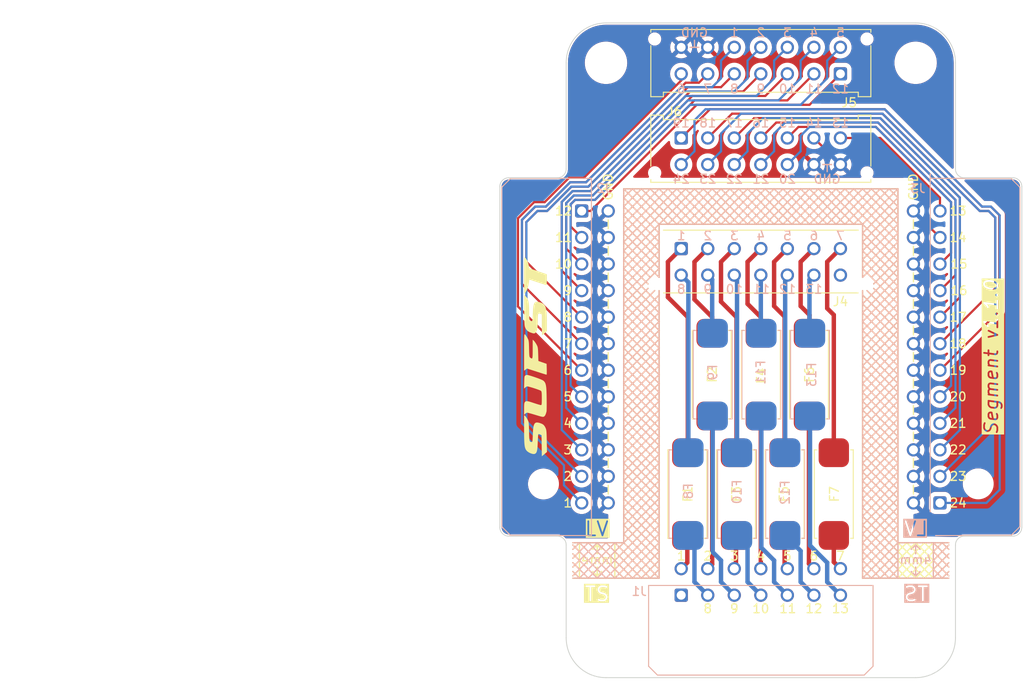
<source format=kicad_pcb>
(kicad_pcb (version 20221018) (generator pcbnew)
  (title_block (title "Segment PCB") (date "2023-04-23") (rev "1.1.0") (company "SUFST") (comment 1 "STAG 9") (comment 2 "Tim Brewis") (comment 3 "Max O'Brien, Jakub Kuchnio"))
  (layers (0 "F.Cu" signal) (1 "In1.Cu" signal) (2 "In2.Cu" signal) (31 "B.Cu" signal) (34 "B.Paste" user) (35 "F.Paste" user) (36 "B.SilkS" user "B.Silkscreen") (37 "F.SilkS" user "F.Silkscreen") (38 "B.Mask" user) (39 "F.Mask" user) (44 "Edge.Cuts" user))
  (net 0 "")
  (net 1 "/VTAP_IN_1")
  (net 2 "/VTAP_IN_2")
  (net 3 "/VTAP_IN_3")
  (net 4 "/VTAP_IN_4")
  (net 5 "/VTAP_IN_5")
  (net 6 "/VTAP_IN_6")
  (net 7 "/VTAP_IN_7")
  (net 8 "/VTAP_IN_8")
  (net 9 "/VTAP_IN_9")
  (net 10 "/VTAP_IN_10")
  (net 11 "/VTAP_IN_11")
  (net 12 "/VTAP_IN_12")
  (net 13 "/VTAP_IN_13")
  (net 14 "GND")
  (net 15 "/VTAP_OUT_1")
  (net 16 "/VTAP_OUT_2")
  (net 17 "/VTAP_OUT_3")
  (net 18 "/VTAP_OUT_4")
  (net 19 "/VTAP_OUT_5")
  (net 20 "/VTAP_OUT_6")
  (net 21 "/VTAP_OUT_7")
  (net 22 "/VTAP_OUT_8")
  (net 23 "/VTAP_OUT_9")
  (net 24 "/VTAP_OUT_10")
  (net 25 "/VTAP_OUT_11")
  (net 26 "/VTAP_OUT_12")
  (net 27 "/VTAP_OUT_13")
  (net 28 "/THERM_1")
  (net 29 "/THERM_2")
  (net 30 "/THERM_3")
  (net 31 "/THERM_4")
  (net 32 "/THERM_5")
  (net 33 "/THERM_6")
  (net 34 "/THERM_7")
  (net 35 "/THERM_8")
  (net 36 "/THERM_9")
  (net 37 "/THERM_10")
  (net 38 "/THERM_11")
  (net 39 "/THERM_12")
  (net 40 "/THERM_24")
  (net 41 "/THERM_23")
  (net 42 "/THERM_22")
  (net 43 "/THERM_21")
  (net 44 "/THERM_20")
  (net 45 "/THERM_19")
  (net 46 "/THERM_18")
  (net 47 "/THERM_17")
  (net 48 "/THERM_16")
  (net 49 "/THERM_15")
  (net 50 "/THERM_14")
  (net 51 "/THERM_13")
  (footprint "Connector_Molex:Molex_Micro-Fit_3.0_43045-1412_2x07_P3.00mm_Vertical" (layer "F.Cu") (at 154.25 68 180)
    (fp_text reference "J5")
    (fp_text value "Thermistors Out [1-12]")
  )
  (footprint "LOGO" (layer "F.Cu") (at 119.75 99.95 90)
    (fp_text reference "G***" hide)
    (fp_text value "LOGO" hide)
  )
  (footprint "SUFST:Littelfuse-04611-25ER" (layer "F.Cu") (at 137 115.25 -90)
    (fp_text reference "F1")
    (fp_text value "Fuse")
  )
  (footprint "MountingHole:MountingHole_4.3mm_M4" (layer "F.Cu") (at 127.75 131.75 90)
    (fp_text reference "H1" hide)
    (fp_text value "MountingHole")
  )
  (footprint "SUFST:Littelfuse-04611-25ER" (layer "F.Cu") (at 142.5 115.25 -90)
    (fp_text reference "F3")
    (fp_text value "Fuse")
  )
  (footprint "SUFST:Littelfuse-04611-25ER" (layer "F.Cu") (at 153.56 115.25 -90)
    (fp_text reference "F7")
    (fp_text value "Fuse")
  )
  (footprint "SUFST:Littelfuse-04611-25ER" (layer "F.Cu") (at 148 115.25 -90)
    (fp_text reference "F5")
    (fp_text value "Fuse")
  )
  (footprint "SUFST:Littelfuse-04611-25ER" (layer "F.Cu") (at 145.31 101.75 -90)
    (fp_text reference "F4")
    (fp_text value "Fuse")
  )
  (footprint "SUFST:Littelfuse-04611-25ER" (layer "F.Cu") (at 139.75 101.75 -90)
    (fp_text reference "F2")
    (fp_text value "Fuse")
  )
  (footprint "MountingHole:MountingHole_4.3mm_M4" (layer "F.Cu") (at 162.75 66.75)
    (fp_text reference "H2" hide)
    (fp_text value "MountingHole")
  )
  (footprint "MountingHole:MountingHole_4.3mm_M4" (layer "F.Cu") (at 127.75 66.75)
    (fp_text reference "H4" hide)
    (fp_text value "MountingHole")
  )
  (footprint "MountingHole:MountingHole_4.3mm_M4" (layer "F.Cu") (at 162.75 131.75)
    (fp_text reference "H3" hide)
    (fp_text value "MountingHole")
  )
  (footprint "SUFST:Littelfuse-04611-25ER" (layer "F.Cu") (at 150.75 101.75 -90)
    (fp_text reference "F6")
    (fp_text value "Fuse")
  )
  (footprint "Connector_Molex:Molex_Micro-Fit_3.0_43045-1412_2x07_P3.00mm_Vertical" (layer "F.Cu") (at 136.25 87.75)
    (fp_text reference "J4")
    (fp_text value "Voltage Taps Out [1-13]")
  )
  (footprint "Connector_Molex:Molex_Micro-Fit_3.0_43045-1412_2x07_P3.00mm_Vertical" (layer "F.Cu") (at 136.25 75.25)
    (fp_text reference "J6")
    (fp_text value "Thermistors Out [13-24]")
  )
  (footprint "Connector_Molex:Molex_Micro-Fit_3.0_43045-2400_2x12_P3.00mm_Horizontal" (layer "B.Cu") (at 165.5 116.5 90)
    (fp_text reference "J3")
    (fp_text value "Thermistors In [13-24]")
  )
  (footprint "SUFST:Littelfuse-04611-25ER" (layer "B.Cu") (at 147.94 115.25 -90)
    (fp_text reference "F12")
    (fp_text value "Fuse")
  )
  (footprint "SUFST:Littelfuse-04611-25ER" (layer "B.Cu") (at 142.5 115.25 -90)
    (fp_text reference "F10")
    (fp_text value "Fuse")
  )
  (footprint "Connector_Molex:Molex_Micro-Fit_3.0_43045-2400_2x12_P3.00mm_Horizontal" (layer "B.Cu") (at 125 83.5 -90)
    (fp_text reference "J2")
    (fp_text value "Thermistors In [1-12]")
  )
  (footprint "Connector_Molex:Molex_Micro-Fit_3.0_43045-1400_2x07_P3.00mm_Horizontal" (layer "B.Cu") (at 136.25 126.93)
    (fp_text reference "J1")
    (fp_text value "Voltage Taps In [1-13]")
  )
  (footprint "SUFST:Littelfuse-04611-25ER" (layer "B.Cu") (at 145.25 101.75 -90)
    (fp_text reference "F11")
    (fp_text value "Fuse")
  )
  (footprint "SUFST:Littelfuse-04611-25ER" (layer "B.Cu") (at 139.75 101.75 -90)
    (fp_text reference "F9")
    (fp_text value "Fuse")
  )
  (footprint "SUFST:Littelfuse-04611-25ER" (layer "B.Cu") (at 137 115.25 -90)
    (fp_text reference "F8")
    (fp_text value "Fuse")
  )
  (footprint "SUFST:Littelfuse-04611-25ER" (layer "B.Cu") (at 150.75 101.75 -90)
    (fp_text reference "F13")
    (fp_text value "Fuse")
  )
  (gr_line (start 133.75 90) (end 129.75 86) (stroke (width 0.15)) (layer "B.SilkS"))
  (gr_line (start 144.75 85) (end 148.75 81) (stroke (width 0.15)) (layer "B.SilkS"))
  (gr_line (start 156.75 114) (end 160.75 118) (stroke (width 0.15)) (layer "B.SilkS"))
  (gr_line (start 132.5 92.25) (end 129.75 95) (stroke (width 0.15)) (layer "B.SilkS"))
  (gr_line (start 160.75 97) (end 156.75 93) (stroke (width 0.15)) (layer "B.SilkS"))
  (gr_line (start 137.25 65) (end 138.25 65) (stroke (width 0.15)) (layer "B.SilkS"))
  (gr_line (start 141.75 85) (end 145.75 81) (stroke (width 0.15)) (layer "B.SilkS"))
  (gr_line (start 156.75 89) (end 160.75 85) (stroke (width 0.15)) (layer "B.SilkS"))
  (gr_line (start 166.5 121.75) (end 165.75 121) (stroke (width 0.15)) (layer "B.SilkS"))
  (gr_line (start 124 124.25) (end 124.75 125) (stroke (width 0.15)) (layer "B.SilkS"))
  (gr_line (start 129.75 121) (end 129.75 81) (stroke (width 0.15)) (layer "B.SilkS"))
  (gr_line (start 133.75 104) (end 129.75 100) (stroke (width 0.15)) (layer "B.SilkS"))
  (gr_line (start 125.75 125) (end 129.75 121) (stroke (width 0.15)) (layer "B.SilkS"))
  (gr_line (start 133.75 102) (end 129.75 106) (stroke (width 0.15)) (layer "B.SilkS"))
  (gr_line (start 148.75 85) (end 152.75 81) (stroke (width 0.15)) (layer "B.SilkS"))
  (gr_line (start 156.75 117) (end 160.75 113) (stroke (width 0.15)) (layer "B.SilkS"))
  (gr_line (start 156.75 112) (end 160.75 108) (stroke (width 0.15)) (layer "B.SilkS"))
  (gr_line (start 160.75 125) (end 156.75 121) (stroke (width 0.15)) (layer "B.SilkS"))
  (gr_line (start 145.75 85) (end 149.75 81) (stroke (width 0.15)) (layer "B.SilkS"))
  (gr_line (start 139.75 85) (end 143.75 81) (stroke (width 0.15)) (layer "B.SilkS"))
  (gr_line (start 124 122.75) (end 125.75 121) (stroke (width 0.15)) (layer "B.SilkS"))
  (gr_line (start 154.75 85) (end 158.75 81) (stroke (width 0.15)) (layer "B.SilkS"))
  (gr_line (start 164.75 122) (end 165.75 121) (stroke (width 0.15)) (layer "B.SilkS"))
  (gr_line (start 156.75 108) (end 160.75 112) (stroke (width 0.15)) (layer "B.SilkS"))
  (gr_line (start 162.75 124.75) (end 162.75 123.75) (stroke (width 0.15)) (layer "B.SilkS"))
  (gr_line (start 156.75 90) (end 160.75 86) (stroke (width 0.15)) (layer "B.SilkS"))
  (gr_line (start 133.75 111) (end 129.75 107) (stroke (width 0.15)) (layer "B.SilkS"))
  (gr_line (start 160.75 122) (end 156.75 118) (stroke (width 0.15)) (layer "B.SilkS"))
  (gr_line (start 133.75 120) (end 129.75 116) (stroke (width 0.15)) (layer "B.SilkS"))
  (gr_line (start 142.75 85) (end 146.75 81) (stroke (width 0.15)) (layer "B.SilkS"))
  (gr_line (start 158.75 125) (end 156.75 123) (stroke (width 0.15)) (layer "B.SilkS"))
  (gr_line (start 156.75 123) (end 160.75 119) (stroke (width 0.15)) (layer "B.SilkS"))
  (gr_line (start 127.75 125) (end 124 121.25) (stroke (width 0.15)) (layer "B.SilkS"))
  (gr_line (start 133.75 95) (end 129.75 99) (stroke (width 0.15)) (layer "B.SilkS"))
  (gr_line (start 133.75 98) (end 129.75 102) (stroke (width 0.15)) (layer "B.SilkS"))
  (gr_line (start 156.75 85) (end 160.75 89) (stroke (width 0.15)) (layer "B.SilkS"))
  (gr_line (start 164.75 124) (end 165.75 125) (stroke (width 0.15)) (layer "B.SilkS"))
  (gr_line (start 160.75 121) (end 156.75 117) (stroke (width 0.15)) (layer "B.SilkS"))
  (gr_line (start 152.75 79.05) (end 152.75 78.25) (stroke (width 0.15)) (layer "B.SilkS"))
  (gr_line (start 133.75 119) (end 129.75 115) (stroke (width 0.15)) (layer "B.SilkS"))
  (gr_line (start 133.75 103) (end 129.75 99) (stroke (width 0.15)) (layer "B.SilkS"))
  (gr_line (start 156.75 95) (end 160.75 99) (stroke (width 0.15)) (layer "B.SilkS"))
  (gr_line (start 156.75 88) (end 160.75 92) (stroke (width 0.15)) (layer "B.SilkS"))
  (gr_line (start 133.75 85) (end 156.75 85) (stroke (width 0.15)) (layer "B.SilkS"))
  (gr_line (start 156.75 99) (end 160.75 103) (stroke (width 0.15)) (layer "B.SilkS"))
  (gr_line (start 156.75 90) (end 160.75 94) (stroke (width 0.15)) (layer "B.SilkS"))
  (gr_line (start 140.75 85) (end 144.75 81) (stroke (width 0.15)) (layer "B.SilkS"))
  (gr_line (start 135.75 85) (end 139.75 81) (stroke (width 0.15)) (layer "B.SilkS"))
  (gr_line (start 156.75 100) (end 160.75 96) (stroke (width 0.15)) (layer "B.SilkS"))
  (gr_line (start 137.75 64.2) (end 137.75 65) (stroke (width 0.15)) (layer "B.SilkS"))
  (gr_line (start 129.75 84) (end 133.75 88) (stroke (width 0.15)) (layer "B.SilkS"))
  (gr_line (start 134.75 85) (end 130.75 81) (stroke (width 0.15)) (layer "B.SilkS"))
  (gr_line (start 156.75 92.5) (end 156.75 125) (stroke (width 0.15)) (layer "B.SilkS"))
  (gr_line (start 156.75 115) (end 160.75 111) (stroke (width 0.15)) (layer "B.SilkS"))
  (gr_line (start 156.75 107) (end 160.75 111) (stroke (width 0.15)) (layer "B.SilkS"))
  (gr_line (start 133.75 112) (end 129.75 108) (stroke (width 0.15)) (layer "B.SilkS"))
  (gr_line (start 133.75 97) (end 129.75 93) (stroke (width 0.15)) (layer "B.SilkS"))
  (gr_line (start 156.75 86) (end 160.75 90) (stroke (width 0.15)) (layer "B.SilkS"))
  (gr_line (start 160.75 123) (end 158.75 125) (stroke (width 0.15)) (layer "B.SilkS"))
  (gr_line (start 133.75 110) (end 129.75 114) (stroke (width 0.15)) (layer "B.SilkS"))
  (gr_line (start 156.75 104) (end 160.75 108) (stroke (width 0.15)) (layer "B.SilkS"))
  (gr_line (start 133.75 114) (end 129.75 110) (stroke (width 0.15)) (layer "B.SilkS"))
  (gr_line (start 147.75 85) (end 143.75 81) (stroke (width 0.15)) (layer "B.SilkS"))
  (gr_line (start 163.25 124.25) (end 162.75 124.75) (stroke (width 0.15)) (layer "B.SilkS"))
  (gr_line (start 133.75 116) (end 129.75 120) (stroke (width 0.15)) (layer "B.SilkS"))
  (gr_line (start 160.75 82) (end 159.75 81) (stroke (width 0.15)) (layer "B.SilkS"))
  (gr_line (start 156.75 103) (end 160.75 107) (stroke (width 0.15)) (layer "B.SilkS"))
  (gr_line (start 130.75 125) (end 126.75 121) (stroke (width 0.15)) (layer "B.SilkS"))
  (gr_line (start 156.75 88) (end 160.75 84) (stroke (width 0.15)) (layer "B.SilkS"))
  (gr_line (start 133.75 103) (end 129.75 107) (stroke (width 0.15)) (layer "B.SilkS"))
  (gr_line (start 153.25 78.25) (end 152.25 78.25) (stroke (width 0.15)) (layer "B.SilkS"))
  (gr_line (start 124.75 125) (end 128.75 121) (stroke (width 0.15)) (layer "B.SilkS"))
  (gr_line (start 156.75 110) (end 160.75 114) (stroke (width 0.15)) (layer "B.SilkS"))
  (gr_line (start 140.75 85) (end 136.75 81) (stroke (width 0.15)) (layer "B.SilkS"))
  (gr_line (start 153.75 85) (end 157.75 81) (stroke (width 0.15)) (layer "B.SilkS"))
  (gr_line (start 133.75 122) (end 130.75 125) (stroke (width 0.15)) (layer "B.SilkS"))
  (gr_line (start 166.5 122.25) (end 164.75 124) (stroke (width 0.15)) (layer "B.SilkS"))
  (gr_line (start 156.75 91) (end 156.75 85) (stroke (width 0.15)) (layer "B.SilkS"))
  (gr_line (start 156.75 86) (end 160.75 82) (stroke (width 0.15)) (layer "B.SilkS"))
  (gr_line (start 129.75 83) (end 131.75 81) (stroke (width 0.15)) (layer "B.SilkS"))
  (gr_line (start 133.75 105) (end 129.75 101) (stroke (width 0.15)) (layer "B.SilkS"))
  (gr_line (start 162.75 121.25) (end 163.25 121.75) (stroke (width 0.15)) (layer "B.SilkS"))
  (gr_line (start 149.75 85) (end 145.75 81) (stroke (width 0.15)) (layer "B.SilkS"))
  (gr_line (start 129.75 86) (end 134.75 81) (stroke (width 0.15)) (layer "B.SilkS"))
  (gr_line (start 133.75 85) (end 129.75 81) (stroke (width 0.15)) (layer "B.SilkS"))
  (gr_line (start 156.75 85) (end 160.75 81) (stroke (width 0.15)) (layer "B.SilkS"))
  (gr_line (start 133.75 91) (end 129.75 87) (stroke (width 0.15)) (layer "B.SilkS"))
  (gr_line (start 133.75 122) (end 129.75 118) (stroke (width 0.15)) (layer "B.SilkS"))
  (gr_line (start 133.75 113) (end 129.75 117) (stroke (width 0.15)) (layer "B.SilkS"))
  (gr_line (start 133.75 100) (end 129.75 104) (stroke (width 0.15)) (layer "B.SilkS"))
  (gr_line (start 156.75 116) (end 160.75 112) (stroke (width 0.15)) (layer "B.SilkS"))
  (gr_line (start 133.75 113) (end 129.75 109) (stroke (width 0.15)) (layer "B.SilkS"))
  (gr_line (start 126.75 125) (end 124 122.25) (stroke (width 0.15)) (layer "B.SilkS"))
  (gr_line (start 160.75 84) (end 157.75 81) (stroke (width 0.15)) (layer "B.SilkS"))
  (gr_line (start 133.75 101) (end 129.75 105) (stroke (width 0.15)) (layer "B.SilkS"))
  (gr_line (start 150.75 85) (end 146.75 81) (stroke (width 0.15)) (layer "B.SilkS"))
  (gr_line (start 133.75 124) (end 132.75 125) (stroke (width 0.15)) (layer "B.SilkS"))
  (gr_line (start 133.75 97) (end 129.75 101) (stroke (width 0.15)) (layer "B.SilkS"))
  (gr_line (start 156.75 111) (end 160.75 115) (stroke (width 0.15)) (layer "B.SilkS"))
  (gr_line (start 133.75 101) (end 129.75 97) (stroke (width 0.15)) (layer "B.SilkS"))
  (gr_line (start 156.75 103) (end 160.75 99) (stroke (width 0.15)) (layer "B.SilkS"))
  (gr_line (start 129.75 88) (end 136.75 81) (stroke (width 0.15)) (layer "B.SilkS"))
  (gr_line (start 133.75 125) (end 133.75 92.5) (stroke (width 0.15)) (layer "B.SilkS"))
  (gr_line (start 129.75 82) (end 133.75 86) (stroke (width 0.15)) (layer "B.SilkS"))
  (gr_line (start 166.5 124.25) (end 165.75 125) (stroke (width 0.15)) (layer "B.SilkS"))
  (gr_line (start 149.75 85) (end 153.75 81) (stroke (width 0.15)) (layer "B.SilkS"))
  (gr_line (start 133.75 95) (end 129.75 91) (stroke (width 0.15)) (layer "B.SilkS"))
  (gr_line (start 156.75 91) (end 160.75 87) (stroke (width 0.15)) (layer "B.SilkS"))
  (gr_line (start 156.75 102) (end 160.75 98) (stroke (width 0.15)) (layer "B.SilkS"))
  (gr_line (start 156.75 118) (end 160.75 114) (stroke (width 0.15)) (layer "B.SilkS"))
  (gr_line (start 133.75 119) (end 127.75 125) (stroke (width 0.15)) (layer "B.SilkS"))
  (gr_line (start 133.75 117) (end 129.75 113) (stroke (width 0.15)) (layer "B.SilkS"))
  (gr_line (start 156.75 85) (end 152.75 81) (stroke (width 0.15)) (layer "B.SilkS"))
  (gr_line (start 124 121.75) (end 124.75 121) (stroke (width 0.15)) (layer "B.SilkS"))
  (gr_line (start 129.75 125) (end 125.75 121) (stroke (width 0.15)) (layer "B.SilkS"))
  (gr_line (start 157.75 91) (end 160.75 88) (stroke (width 0.15)) (layer "B.SilkS"))
  (gr_line (start 156.75 115) (end 160.75 119) (stroke (width 0.15)) (layer "B.SilkS"))
  (gr_line (start 160.75 123) (end 156.75 119) (stroke (width 0.15)) (layer "B.SilkS"))
  (gr_line (start 156.75 102) (end 160.75 106) (stroke (width 0.15)) (layer "B.SilkS"))
  (gr_line (start 135.75 81) (end 129.75 87) (stroke (width 0.15)) (layer "B.SilkS"))
  (gr_line (start 156.75 109) (end 160.75 113) (stroke (width 0.15)) (layer "B.SilkS"))
  (gr_line (start 156.75 111) (end 160.75 107) (stroke (width 0.15)) (layer "B.SilkS"))
  (gr_line (start 133.75 96) (end 129.75 92) (stroke (width 0.15)) (layer "B.SilkS"))
  (gr_line (start 133.75 125) (end 124 125) (stroke (width 0.15)) (layer "B.SilkS"))
  (gr_line (start 156.75 114) (end 160.75 110) (stroke (width 0.15)) (layer "B.SilkS"))
  (gr_line (start 135.75 85) (end 131.75 81) (stroke (width 0.15)) (layer "B.SilkS"))
  (gr_line (start 138.75 85) (end 142.75 81) (stroke (width 0.15)) (layer "B.SilkS"))
  (gr_line (start 129.75 85) (end 133.75 89) (stroke (width 0.15)) (layer "B.SilkS"))
  (gr_line (start 155.75 85) (end 151.75 81) (stroke (width 0.15)) (layer "B.SilkS"))
  (gr_line (start 156.75 101) (end 160.75 97) (stroke (width 0.15)) (layer "B.SilkS"))
  (gr_line (start 156.75 107) (end 160.75 103) (stroke (width 0.15)) (layer "B.SilkS"))
  (gr_line (start 156.75 97) (end 160.75 93) (stroke (width 0.15)) (layer "B.SilkS"))
  (gr_line (start 156.75 89) (end 160.75 93) (stroke (width 0.15)) (layer "B.SilkS"))
  (gr_line (start 160.75 124) (end 156.75 120) (stroke (width 0.15)) (layer "B.SilkS"))
  (gr_line (start 156.75 87) (end 160.75 91) (stroke (width 0.15)) (layer "B.SilkS"))
  (gr_line (start 156.75 108) (end 160.75 104) (stroke (width 0.15)) (layer "B.SilkS"))
  (gr_line (start 166.5 122.75) (end 164.75 121) (stroke (width 0.15)) (layer "B.SilkS"))
  (gr_line (start 144.75 85) (end 140.75 81) (stroke (width 0.15)) (layer "B.SilkS"))
  (gr_line (start 159.75 125) (end 156.75 122) (stroke (width 0.15)) (layer "B.SilkS"))
  (gr_line (start 156.75 105) (end 160.75 101) (stroke (width 0.15)) (layer "B.SilkS"))
  (gr_line (start 136.75 85) (end 132.75 81) (stroke (width 0.15)) (layer "B.SilkS"))
  (gr_line (start 133.75 94) (end 129.75 98) (stroke (width 0.15)) (layer "B.SilkS"))
  (gr_line (start 133.75 93) (end 129.75 97) (stroke (width 0.15)) (layer "B.SilkS"))
  (gr_line (start 148.75 85) (end 144.75 81) (stroke (width 0.15)) (layer "B.SilkS"))
  (gr_line (start 133.75 110) (end 129.75 106) (stroke (width 0.15)) (layer "B.SilkS"))
  (gr_line (start 156.75 121) (end 160.75 117) (stroke (width 0.15)) (layer "B.SilkS"))
  (gr_line (start 156.75 113) (end 160.75 117) (stroke (width 0.15)) (layer "B.SilkS"))
  (gr_line (start 146.75 85) (end 150.75 81) (stroke (width 0.15)) (layer "B.SilkS"))
  (gr_line (start 157.75 125) (end 160.75 122) (stroke (width 0.15)) (layer "B.SilkS"))
  (gr_line (start 137.75 85) (end 141.75 81) (stroke (width 0.15)) (layer "B.SilkS"))
  (gr_line (start 124 123.75) (end 126.75 121) (stroke (width 0.15)) (layer "B.SilkS"))
  (gr_line (start 133.75 117) (end 129.75 121) (stroke (width 0.15)) (layer "B.SilkS"))
  (gr_line (start 133.75 123) (end 131.75 125) (stroke (width 0.15)) (layer "B.SilkS"))
  (gr_line (start 143.75 85) (end 147.75 81) (stroke (width 0.15)) (layer "B.SilkS"))
  (gr_line (start 156.75 116) (end 160.75 120) (stroke (width 0.15)) (layer "B.SilkS"))
  (gr_line (start 133.75 108) (end 129.75 104) (stroke (width 0.15)) (layer "B.SilkS"))
  (gr_line (start 156.75 94) (end 160.75 98) (stroke (width 0.15)) (layer "B.SilkS"))
  (gr_line (start 156.75 120) (end 160.75 116) (stroke (width 0.15)) (layer "B.SilkS"))
  (gr_line (start 158 92.25) (end 160.75 95) (stroke (width 0.15)) (layer "B.SilkS"))
  (gr_line (start 133.75 124) (end 129.75 120) (stroke (width 0.15)) (layer "B.SilkS"))
  (gr_line (start 133.75 106) (end 129.75 102) (stroke (width 0.15)) (layer "B.SilkS"))
  (gr_line (start 133.75 91) (end 133.75 85) (stroke (width 0.15)) (layer "B.SilkS"))
  (gr_line (start 166.5 121.25) (end 164.75 123) (stroke (width 0.15)) (layer "B.SilkS"))
  (gr_line (start 156.75 101) (end 160.75 105) (stroke (width 0.15)) (layer "B.SilkS"))
  (gr_line (start 124 124.75) (end 127.75 121) (stroke (width 0.15)) (layer "B.SilkS"))
  (gr_line (start 151.75 85) (end 147.75 81) (stroke (width 0.15)) (layer "B.SilkS"))
  (gr_line (start 124 121) (end 129.75 121) (stroke (width 0.15)) (layer "B.SilkS"))
  (gr_line (start 160.75 124) (end 159.75 125) (stroke (width 0.15)) (layer "B.SilkS"))
  (gr_line (start 160.75 121) (end 160.75 125) (stroke (width 0.15)) (layer "B.SilkS"))
  (gr_line (start 133.75 107) (end 129.75 103) (stroke (width 0.15)) (layer "B.SilkS"))
  (gr_line (start 132.75 125) (end 128.75 121) (stroke (width 0.15)) (layer "B.SilkS"))
  (gr_line (start 129.75 91) (end 133.75 87) (stroke (width 0.15)) (layer "B.SilkS"))
  (gr_line (start 133.75 100) (end 129.75 96) (stroke (width 0.15)) (layer "B.SilkS"))
  (gr_line (start 158.75 81) (end 160.75 83) (stroke (width 0.15)) (layer "B.SilkS"))
  (gr_line (start 133.75 108) (end 129.75 112) (stroke (width 0.15)) (layer "B.SilkS"))
  (gr_line (start 162.75 121.25) (end 162.75 122.25) (stroke (width 0.15)) (layer "B.SilkS"))
  (gr_line (start 129.75 89) (end 133.75 85) (stroke (width 0.15)) (layer "B.SilkS"))
  (gr_line (start 133.75 98) (end 129.75 94) (stroke (width 0.15)) (layer "B.SilkS"))
  (gr_line (start 156.75 113) (end 160.75 109) (stroke (width 0.15)) (layer "B.SilkS"))
  (gr_line (start 156.75 112) (end 160.75 116) (stroke (width 0.15)) (layer "B.SilkS"))
  (gr_line (start 133.75 115) (end 129.75 111) (stroke (width 0.15)) (layer "B.SilkS"))
  (gr_line (start 133.75 99) (end 129.75 103) (stroke (width 0.15)) (layer "B.SilkS"))
  (gr_line (start 156.75 106) (end 160.75 102) (stroke (width 0.15)) (layer "B.SilkS"))
  (gr_line (start 133.75 118) (end 129.75 114) (stroke (width 0.15)) (layer "B.SilkS"))
  (gr_line (start 153.75 85) (end 149.75 81) (stroke (width 0.15)) (layer "B.SilkS"))
  (gr_line (start 136.75 85) (end 140.75 81) (stroke (width 0.15)) (layer "B.SilkS"))
  (gr_line (start 156.75 119) (end 160.75 115) (stroke (width 0.15)) (layer "B.SilkS"))
  (gr_line (start 154.75 81) (end 160.75 87) (stroke (width 0.15)) (layer "B.SilkS"))
  (gr_line (start 133.75 123) (end 129.75 119) (stroke (width 0.15)) (layer "B.SilkS"))
  (gr_line (start 156.75 105) (end 160.75 109) (stroke (width 0.15)) (layer "B.SilkS"))
  (gr_line (start 152.75 85) (end 156.75 81) (stroke (width 0.15)) (layer "B.SilkS"))
  (gr_line (start 137.75 85) (end 133.75 81) (stroke (width 0.15)) (layer "B.SilkS"))
  (gr_line (start 133.75 120) (end 128.75 125) (stroke (width 0.15)) (layer "B.SilkS"))
  (gr_line (start 162.25 124.25) (end 162.75 124.75) (stroke (width 0.15)) (layer "B.SilkS"))
  (gr_line (start 133.75 106) (end 129.75 110) (stroke (width 0.15)) (layer "B.SilkS"))
  (gr_line (start 134.75 85) (end 138.75 81) (stroke (width 0.15)) (layer "B.SilkS"))
  (gr_line (start 166.5 124.75) (end 164.75 123) (stroke (width 0.15)) (layer "B.SilkS"))
  (gr_line (start 133.75 86) (end 129.75 90) (stroke (width 0.15)) (layer "B.SilkS"))
  (gr_line (start 156.75 110) (end 160.75 106) (stroke (width 0.15)) (layer "B.SilkS"))
  (gr_line (start 156.75 106) (end 160.75 110) (stroke (width 0.15)) (layer "B.SilkS"))
  (gr_line (start 133.75 115) (end 129.75 119) (stroke (width 0.15)) (layer "B.SilkS"))
  (gr_line (start 156.75 96) (end 160.75 92) (stroke (width 0.15)) (layer "B.SilkS"))
  (gr_line (start 142.75 85) (end 138.75 81) (stroke (width 0.15)) (layer "B.SilkS"))
  (gr_line (start 133.75 114) (end 129.75 118) (stroke (width 0.15)) (layer "B.SilkS"))
  (gr_line (start 150.75 85) (end 154.75 81) (stroke (width 0.15)) (layer "B.SilkS"))
  (gr_line (start 133.75 99) (end 129.75 95) (stroke (width 0.15)) (layer "B.SilkS"))
  (gr_line (start 160.75 121) (end 156.75 125) (stroke (width 0.15)) (layer "B.SilkS"))
  (gr_line (start 166.5 123.75) (end 164.75 122) (stroke (width 0.15)) (layer "B.SilkS"))
  (gr_line (start 133.75 96) (end 129.75 100) (stroke (width 0.15)) (layer "B.SilkS"))
  (gr_line (start 130.75 81) (end 129.75 82) (stroke (width 0.15)) (layer "B.SilkS"))
  (gr_line (start 132.75 81) (end 129.75 84) (stroke (width 0.15)) (layer "B.SilkS"))
  (gr_line (start 133.75 109) (end 129.75 105) (stroke (width 0.15)) (layer "B.SilkS"))
  (gr_line (start 156.75 99) (end 160.75 95) (stroke (width 0.15)) (layer "B.SilkS"))
  (gr_line (start 156.75 98) (end 160.75 102) (stroke (width 0.15)) (layer "B.SilkS"))
  (gr_line (start 133.75 85) (end 137.75 81) (stroke (width 0.15)) (layer "B.SilkS"))
  (gr_line (start 129.75 81) (end 160.75 81) (stroke (width 0.15)) (layer "B.SilkS"))
  (gr_line (start 133.75 109) (end 129.75 113) (stroke (width 0.15)) (layer "B.SilkS"))
  (gr_line (start 132.75 91) (end 129.75 88) (stroke (width 0.15)) (layer "B.SilkS"))
  (gr_line (start 156.75 97) (end 160.75 101) (stroke (width 0.15)) (layer "B.SilkS"))
  (gr_line (start 141.75 85) (end 137.75 81) (stroke (width 0.15)) (layer "B.SilkS"))
  (gr_line (start 156.75 122) (end 160.75 118) (stroke (width 0.15)) (layer "B.SilkS"))
  (gr_line (start 151.75 85) (end 155.75 81) (stroke (width 0.15)) (layer "B.SilkS"))
  (gr_line (start 133.75 125) (end 129.75 121) (stroke (width 0.15)) (layer "B.SilkS"))
  (gr_line (start 153.75 81) (end 160.75 88) (stroke (width 0.15)) (layer "B.SilkS"))
  (gr_line (start 132.5 91.75) (end 129.75 89) (stroke (width 0.15)) (layer "B.SilkS"))
  (gr_line (start 158 91.75) (end 160.75 89) (stroke (width 0.15)) (layer "B.SilkS"))
  (gr_line (start 146.75 85) (end 142.75 81) (stroke (width 0.15)) (layer "B.SilkS"))
  (gr_line (start 128.75 125) (end 124.75 121) (stroke (width 0.15)) (layer "B.SilkS"))
  (gr_line (start 131.75 125) (end 127.75 121) (stroke (width 0.15)) (layer "B.SilkS"))
  (gr_line (start 125.75 125) (end 124 123.25) (stroke (width 0.15)) (layer "B.SilkS"))
  (gr_line (start 147.75 85) (end 151.75 81) (stroke (width 0.15)) (layer "B.SilkS"))
  (gr_line (start 133.75 88) (end 129.75 92) (stroke (width 0.15)) (layer "B.SilkS"))
  (gr_line (start 156.75 87) (end 160.75 83) (stroke (width 0.15)) (layer "B.SilkS"))
  (gr_line (start 133.75 105) (end 129.75 109) (stroke (width 0.15)) (layer "B.SilkS"))
  (gr_line (start 156.75 81) (end 160.75 85) (stroke (width 0.15)) (layer "B.SilkS"))
  (gr_line (start 133.75 107) (end 129.75 111) (stroke (width 0.15)) (layer "B.SilkS"))
  (gr_line (start 156.75 124) (end 160.75 120) (stroke (width 0.15)) (layer "B.SilkS"))
  (gr_line (start 160.75 81) (end 160.75 121) (stroke (width 0.15)) (layer "B.SilkS"))
  (gr_line (start 164.75 121) (end 164.75 125) (stroke (width 0.15)) (layer "B.SilkS"))
  (gr_line (start 156.75 109) (end 160.75 105) (stroke (width 0.15)) (layer "B.SilkS"))
  (gr_line (start 152.75 85) (end 148.75 81) (stroke (width 0.15)) (layer "B.SilkS"))
  (gr_line (start 133.75 111) (end 129.75 115) (stroke (width 0.15)) (layer "B.SilkS"))
  (gr_line (start 133.75 81) (end 129.75 85) (stroke (width 0.15)) (layer "B.SilkS"))
  (gr_line (start 156.75 95) (end 160.75 91) (stroke (width 0.15)) (layer "B.SilkS"))
  (gr_line (start 133.75 121) (end 129.75 117) (stroke (width 0.15)) (layer "B.SilkS"))
  (gr_line (start 157.75 125) (end 156.75 124) (stroke (width 0.15)) (layer "B.SilkS"))
  (gr_line (start 133.75 94) (end 129.75 90) (stroke (width 0.15)) (layer "B.SilkS"))
  (gr_line (start 155.75 85) (end 159.75 81) (stroke (width 0.15)) (layer "B.SilkS"))
  (gr_line (start 139.75 85) (end 135.75 81) (stroke (width 0.15)) (layer "B.SilkS"))
  (gr_line (start 145.75 85) (end 141.75 81) (stroke (width 0.15)) (layer "B.SilkS"))
  (gr_line (start 143.75 85) (end 139.75 81) (stroke (width 0.15)) (layer "B.SilkS"))
  (gr_line (start 156.75 96) (end 160.75 100) (stroke (width 0.15)) (layer "B.SilkS"))
  (gr_line (start 133.75 116) (end 129.75 112) (stroke (width 0.15)) (layer "B.SilkS"))
  (gr_line (start 156.75 104) (end 160.75 100) (stroke (width 0.15)) (layer "B.SilkS"))
  (gr_line (start 156.75 100) (end 160.75 104) (stroke (width 0.15)) (layer "B.SilkS"))
  (gr_line (start 133.75 121) (end 129.75 125) (stroke (width 0.15)) (layer "B.SilkS"))
  (gr_line (start 156.75 94) (end 160.75 90) (stroke (width 0.15)) (layer "B.SilkS"))
  (gr_line (start 160.75 121) (end 166.5 121) (stroke (width 0.15)) (layer "B.SilkS"))
  (gr_line (start 133.75 104) (end 129.75 108) (stroke (width 0.15)) (layer "B.SilkS"))
  (gr_line (start 156.75 98) (end 160.75 94) (stroke (width 0.15)) (layer "B.SilkS"))
  (gr_line (start 160.75 86) (end 155.75 81) (stroke (width 0.15)) (layer "B.SilkS"))
  (gr_line (start 138.75 85) (end 134.75 81) (stroke (width 0.15)) (layer "B.SilkS"))
  (gr_line (start 133.75 89) (end 129.75 93) (stroke (width 0.15)) (layer "B.SilkS"))
  (gr_line (start 156.75 125) (end 166.5 125) (stroke (width 0.15)) (layer "B.SilkS"))
  (gr_line (start 133.75 118) (end 126.75 125) (stroke (width 0.15)) (layer "B.SilkS"))
  (gr_line (start 133.25 92.5) (end 129.75 96) (stroke (width 0.15)) (layer "B.SilkS"))
  (gr_line (start 162.75 121.25) (end 162.25 121.75) (stroke (width 0.15)) (layer "B.SilkS"))
  (gr_line (start 133.75 112) (end 129.75 116) (stroke (width 0.15)) (layer "B.SilkS"))
  (gr_line (start 133.75 102) (end 129.75 98) (stroke (width 0.15)) (layer "B.SilkS"))
  (gr_line (start 154.75 85) (end 150.75 81) (stroke (width 0.15)) (layer "B.SilkS"))
  (gr_line (start 133.75 90) (end 129.75 94) (stroke (width 0.15)) (layer "B.SilkS"))
  (gr_line (start 157.25 92.5) (end 160.75 96) (stroke (width 0.15)) (layer "B.SilkS"))
  (gr_line (start 166.5 123.25) (end 164.75 125) (stroke (width 0.15)) (layer "B.SilkS"))
  (gr_line (start 129.75 83) (end 133.75 87) (stroke (width 0.15)) (layer "B.SilkS"))
  (gr_line (start 128 111.5) (end 128 112.5) (stroke (width 0.15)) (layer "F.SilkS"))
  (gr_line (start 129.75 104) (end 133.75 108) (stroke (width 0.15)) (layer "F.SilkS"))
  (gr_line (start 137.75 81) (end 133.75 85) (stroke (width 0.15)) (layer "F.SilkS"))
  (gr_line (start 160.75 98) (end 156.75 102) (stroke (width 0.15)) (layer "F.SilkS"))
  (gr_line (start 129.75 115) (end 133.75 111) (stroke (width 0.15)) (layer "F.SilkS"))
  (gr_line (start 160.75 121) (end 164.75 125) (stroke (width 0.15)) (layer "F.SilkS"))
  (gr_line (start 160.75 112) (end 156.75 116) (stroke (width 0.15)) (layer "F.SilkS"))
  (gr_line (start 160.75 120) (end 156.75 116) (stroke (width 0.15)) (layer "F.SilkS"))
  (gr_line (start 128 99.5) (end 128 100.5) (stroke (width 0.15)) (layer "F.SilkS"))
  (gr_line (start 128 96.5) (end 128 97.5) (stroke (width 0.15)) (layer "F.SilkS"))
  (gr_line (start 134.75 81) (end 129.75 86) (stroke (width 0.15)) (layer "F.SilkS"))
  (gr_line (start 160.75 103) (end 156.75 107) (stroke (width 0.15)) (layer "F.SilkS"))
  (gr_line (start 145.75 81) (end 149.75 85) (stroke (width 0.15)) (layer "F.SilkS"))
  (gr_line (start 162.5 105.5) (end 162.5 106.5) (stroke (width 0.15)) (layer "F.SilkS"))
  (gr_line (start 164.75 121) (end 166.5 122.75) (stroke (width 0.15)) (layer "F.SilkS"))
  (gr_line (start 126.75 122.25) (end 126.75 121.25) (stroke (width 0.15)) (layer "F.SilkS"))
  (gr_line (start 160.75 116) (end 156.75 112) (stroke (width 0.15)) (layer "F.SilkS"))
  (gr_line (start 160.75 97) (end 156.75 93) (stroke (width 0.15)) (layer "F.SilkS"))
  (gr_line (start 129.75 81) (end 133.75 85) (stroke (width 0.15)) (layer "F.SilkS"))
  (gr_line (start 160.75 119) (end 156.75 115) (stroke (width 0.15)) (layer "F.SilkS"))
  (gr_line (start 166.5 121.25) (end 162.75 125) (stroke (width 0.15)) (layer "F.SilkS"))
  (gr_line (start 160.75 102) (end 156.75 98) (stroke (width 0.15)) (layer "F.SilkS"))
  (gr_line (start 160.75 97) (end 156.75 101) (stroke (width 0.15)) (layer "F.SilkS"))
  (gr_line (start 160.75 84) (end 157.75 81) (stroke (width 0.15)) (layer "F.SilkS"))
  (gr_line (start 161.75 125) (end 156.75 120) (stroke (width 0.15)) (layer "F.SilkS"))
  (gr_line (start 144.75 81) (end 148.75 85) (stroke (width 0.15)) (layer "F.SilkS"))
  (gr_line (start 133.75 93) (end 129.75 97) (stroke (width 0.15)) (layer "F.SilkS"))
  (gr_line (start 133.75 123) (end 131.75 125) (stroke (width 0.15)) (layer "F.SilkS"))
  (gr_line (start 129.75 103) (end 133.75 99) (stroke (width 0.15)) (layer "F.SilkS"))
  (gr_line (start 143.75 81) (end 139.75 85) (stroke (width 0.15)) (layer "F.SilkS"))
  (gr_line (start 153.75 81) (end 160.75 88) (stroke (width 0.15)) (layer "F.SilkS"))
  (gr_line (start 126.25 121.75) (end 126.75 121.25) (stroke (width 0.15)) (layer "F.SilkS"))
  (gr_line (start 129.75 107) (end 133.75 111) (stroke (width 0.15)) (layer "F.SilkS"))
  (gr_line (start 129.75 120) (end 133.75 116) (stroke (width 0.15)) (layer "F.SilkS"))
  (gr_line (start 163.75 121) (end 166.5 123.75) (stroke (width 0.15)) (layer "F.SilkS"))
  (gr_line (start 129.75 114) (end 133.75 110) (stroke (width 0.15)) (layer "F.SilkS"))
  (gr_line (start 129.75 95) (end 133.75 99) (stroke (width 0.15)) (layer "F.SilkS"))
  (gr_line (start 165.75 125) (end 166.5 124.25) (stroke (width 0.15)) (layer "F.SilkS"))
  (gr_line (start 129.75 96) (end 133.75 100) (stroke (width 0.15)) (layer "F.SilkS"))
  (gr_line (start 129.75 89) (end 133.75 85) (stroke (width 0.15)) (layer "F.SilkS"))
  (gr_line (start 156.75 92.5) (end 156.75 125) (stroke (width 0.15)) (layer "F.SilkS"))
  (gr_line (start 152.75 81) (end 148.75 85) (stroke (width 0.15)) (layer "F.SilkS"))
  (gr_line (start 162.5 93.5) (end 162.5 94.5) (stroke (width 0.15)) (layer "F.SilkS"))
  (gr_line (start 160.75 106) (end 156.75 110) (stroke (width 0.15)) (layer "F.SilkS"))
  (gr_line (start 129.75 99) (end 133.75 95) (stroke (width 0.15)) (layer "F.SilkS"))
  (gr_line (start 160.75 100) (end 156.75 104) (stroke (width 0.15)) (layer "F.SilkS"))
  (gr_line (start 160.75 111) (end 156.75 115) (stroke (width 0.15)) (layer "F.SilkS"))
  (gr_line (start 160.75 107) (end 156.75 103) (stroke (width 0.15)) (layer "F.SilkS"))
  (gr_line (start 133.75 125) (end 133.75 92.5) (stroke (width 0.15)) (layer "F.SilkS"))
  (gr_line (start 160.75 89) (end 158 91.75) (stroke (width 0.15)) (layer "F.SilkS"))
  (gr_line (start 146.75 81) (end 142.75 85) (stroke (width 0.15)) (layer "F.SilkS"))
  (gr_line (start 160.75 94) (end 156.75 98) (stroke (width 0.15)) (layer "F.SilkS"))
  (gr_line (start 158.75 81) (end 154.75 85) (stroke (width 0.15)) (layer "F.SilkS"))
  (gr_line (start 129.75 105) (end 133.75 109) (stroke (width 0.15)) (layer "F.SilkS"))
  (gr_line (start 160.75 88) (end 157.75 91) (stroke (width 0.15)) (layer "F.SilkS"))
  (gr_line (start 160.75 121) (end 166.5 121) (stroke (width 0.15)) (layer "F.SilkS"))
  (gr_line (start 129.75 115) (end 133.75 119) (stroke (width 0.15)) (layer "F.SilkS"))
  (gr_line (start 156.75 85) (end 156.75 91) (stroke (width 0.15)) (layer "F.SilkS"))
  (gr_line (start 156.75 88) (end 160.75 84) (stroke (width 0.15)) (layer "F.SilkS"))
  (gr_line (start 162.5 102.5) (end 162.5 103.5) (stroke (width 0.15)) (layer "F.SilkS"))
  (gr_line (start 160.75 103) (end 156.75 99) (stroke (width 0.15)) (layer "F.SilkS"))
  (gr_line (start 129.75 85) (end 133.75 89) (stroke (width 0.15)) (layer "F.SilkS"))
  (gr_line (start 129.75 114) (end 133.75 118) (stroke (width 0.15)) (layer "F.SilkS"))
  (gr_line (start 160.75 92) (end 156.75 88) (stroke (width 0.15)) (layer "F.SilkS"))
  (gr_line (start 156.75 86) (end 160.75 82) (stroke (width 0.15)) (layer "F.SilkS"))
  (gr_line (start 162.5 84.5) (end 162.5 85.5) (stroke (width 0.15)) (layer "F.SilkS"))
  (gr_line (start 160.75 113) (end 156.75 109) (stroke (width 0.15)) (layer "F.SilkS"))
  (gr_line (start 160.75 87) (end 156.75 91) (stroke (width 0.15)) (layer "F.SilkS"))
  (gr_line (start 160.75 118) (end 156.75 122) (stroke (width 0.15)) (layer "F.SilkS"))
  (gr_line (start 129.75 90) (end 133.75 86) (stroke (width 0.15)) (layer "F.SilkS"))
  (gr_line (start 129.75 107) (end 133.75 103) (stroke (width 0.15)) (layer "F.SilkS"))
  (gr_line (start 160.75 110) (end 156.75 114) (stroke (width 0.15)) (layer "F.SilkS"))
  (gr_line (start 129.75 94) (end 133.75 98) (stroke (width 0.15)) (layer "F.SilkS"))
  (gr_line (start 129.75 98) (end 133.75 102) (stroke (width 0.15)) (layer "F.SilkS"))
  (gr_line (start 129.75 91) (end 133.75 95) (stroke (width 0.15)) (layer "F.SilkS"))
  (gr_line (start 133.75 122) (end 130.75 125) (stroke (width 0.15)) (layer "F.SilkS"))
  (gr_line (start 127.25 121.75) (end 126.75 121.25) (stroke (width 0.15)) (layer "F.SilkS"))
  (gr_line (start 129.75 111) (end 133.75 115) (stroke (width 0.15)) (layer "F.SilkS"))
  (gr_line (start 156.75 81) (end 152.75 85) (stroke (width 0.15)) (layer "F.SilkS"))
  (gr_line (start 129.75 88) (end 136.75 81) (stroke (width 0.15)) (layer "F.SilkS"))
  (gr_line (start 160.75 93) (end 156.75 97) (stroke (width 0.15)) (layer "F.SilkS"))
  (gr_line (start 129.75 105) (end 133.75 101) (stroke (width 0.15)) (layer "F.SilkS"))
  (gr_line (start 160.75 96) (end 157.25 92.5) (stroke (width 0.15)) (layer "F.SilkS"))
  (gr_line (start 162.5 96.5) (end 162.5 97.5) (stroke (width 0.15)) (layer "F.SilkS"))
  (gr_line (start 154.75 81) (end 150.75 85) (stroke (width 0.15)) (layer "F.SilkS"))
  (gr_line (start 150.75 81) (end 146.75 85) (stroke (width 0.15)) (layer "F.SilkS"))
  (gr_line (start 129.75 109) (end 133.75 113) (stroke (width 0.15)) (layer "F.SilkS"))
  (gr_line (start 124.75 125) (end 124.75 121) (stroke (width 0.15)) (layer "F.SilkS"))
  (gr_line (start 141.75 81) (end 137.75 85) (stroke (width 0.15)) (layer "F.SilkS"))
  (gr_line (start 146.75 81) (end 150.75 85) (stroke (width 0.15)) (layer "F.SilkS"))
  (gr_line (start 160.75 116) (end 156.75 120) (stroke (width 0.15)) (layer "F.SilkS"))
  (gr_line (start 148.75 81) (end 144.75 85) (stroke (width 0.15)) (layer "F.SilkS"))
  (gr_line (start 160.75 113) (end 156.75 117) (stroke (width 0.15)) (layer "F.SilkS"))
  (gr_line (start 160.75 91) (end 156.75 95) (stroke (width 0.15)) (layer "F.SilkS"))
  (gr_line (start 151.75 81) (end 147.75 85) (stroke (width 0.15)) (layer "F.SilkS"))
  (gr_line (start 162.5 108.5) (end 162.5 109.5) (stroke (width 0.15)) (layer "F.SilkS"))
  (gr_line (start 160.75 102) (end 156.75 106) (stroke (width 0.15)) (layer "F.SilkS"))
  (gr_line (start 129.75 116) (end 133.75 112) (stroke (width 0.15)) (layer "F.SilkS"))
  (gr_line (start 159.75 125) (end 156.75 122) (stroke (width 0.15)) (layer "F.SilkS"))
  (gr_line (start 140.75 81) (end 136.75 85) (stroke (width 0.15)) (layer "F.SilkS"))
  (gr_line (start 129.75 101) (end 133.75 105) (stroke (width 0.15)) (layer "F.SilkS"))
  (gr_line (start 129.75 102) (end 133.75 106) (stroke (width 0.15)) (layer "F.SilkS"))
  (gr_line (start 129.75 108) (end 133.75 104) (stroke (width 0.15)) (layer "F.SilkS"))
  (gr_line (start 133.75 119) (end 128.75 124) (stroke (width 0.15)) (layer "F.SilkS"))
  (gr_line (start 129.75 90) (end 133.75 94) (stroke (width 0.15)) (layer "F.SilkS"))
  (gr_line (start 129.75 117) (end 133.75 113) (stroke (width 0.15)) (layer "F.SilkS"))
  (gr_line (start 129.75 109) (end 133.75 105) (stroke (width 0.15)) (layer "F.SilkS"))
  (gr_line (start 124.75 122) (end 124 121.25) (stroke (width 0.15)) (layer "F.SilkS"))
  (gr_line (start 129.75 119) (end 133.75 115) (stroke (width 0.15)) (layer "F.SilkS"))
  (gr_line (start 149.75 81) (end 153.75 85) (stroke (width 0.15)) (layer "F.SilkS"))
  (gr_line (start 126.75 124.75) (end 126.25 124.25) (stroke (width 0.15)) (layer "F.SilkS"))
  (gr_line (start 162.5 99.5) (end 162.5 100.5) (stroke (width 0.15)) (layer "F.SilkS"))
  (gr_line (start 133.75 85) (end 133.75 91) (stroke (width 0.15)) (layer "F.SilkS"))
  (gr_line (start 166.5 122.25) (end 163.75 125) (stroke (width 0.15)) (layer "F.SilkS"))
  (gr_line (start 129.75 92) (end 133.75 96) (stroke (width 0.15)) (layer "F.SilkS"))
  (gr_line (start 159.75 81) (end 155.75 85) (stroke (width 0.15)) (layer "F.SilkS"))
  (gr_line (start 160.75 81) (end 160.75 121) (stroke (width 0.15)) (layer "F.SilkS"))
  (gr_line (start 129.75 116) (end 133.75 120) (stroke (width 0.15)) (layer "F.SilkS"))
  (gr_line (start 129.75 93) (end 133.75 89) (stroke (width 0.15)) (layer "F.SilkS"))
  (gr_line (start 160.75 82) (end 159.75 81) (stroke (width 0.15)) (layer "F.SilkS"))
  (gr_line (start 162.5 114.5) (end 162.5 115.5) (stroke (width 0.15)) (layer "F.SilkS"))
  (gr_line (start 160.75 92) (end 156.75 96) (stroke (width 0.15)) (layer "F.SilkS"))
  (gr_line (start 129.75 101) (end 133.75 97) (stroke (width 0.15)) (layer "F.SilkS"))
  (gr_line (start 160.75 87) (end 154.75 81) (stroke (width 0.15)) (layer "F.SilkS"))
  (gr_line (start 133.75 81) (end 137.75 85) (stroke (width 0.15)) (layer "F.SilkS"))
  (gr_line (start 129.75 85) (end 133.75 81) (stroke (width 0.15)) (layer "F.SilkS"))
  (gr_line (start 129.75 110) (end 133.75 106) (stroke (width 0.15)) (layer "F.SilkS"))
  (gr_line (start 162.75 121) (end 158.75 125) (stroke (width 0.15)) (layer "F.SilkS"))
  (gr_line (start 149.75 81) (end 145.75 85) (stroke (width 0.15)) (layer "F.SilkS"))
  (gr_line (start 144.75 81) (end 140.75 85) (stroke (width 0.15)) (layer "F.SilkS"))
  (gr_line (start 160.75 99) (end 156.75 103) (stroke (width 0.15)) (layer "F.SilkS"))
  (gr_line (start 141.75 81) (end 145.75 85) (stroke (width 0.15)) (layer "F.SilkS"))
  (gr_line (start 161.75 121) (end 165.75 125) (stroke (width 0.15)) (layer "F.SilkS"))
  (gr_line (start 129.75 91) (end 133.75 87) (stroke (width 0.15)) (layer "F.SilkS"))
  (gr_line (start 129.75 113) (end 133.75 109) (stroke (width 0.15)) (layer "F.SilkS"))
  (gr_line (start 142.75 81) (end 138.75 85) (stroke (width 0.15)) (layer "F.SilkS"))
  (gr_line (start 130.75 81) (end 129.75 82) (stroke (width 0.15)) (layer "F.SilkS"))
  (gr_line (start 133.75 118) (end 128.75 123) (stroke (width 0.15)) (layer "F.SilkS"))
  (gr_line (start 129.75 112) (end 133.75 116) (stroke (width 0.15)) (layer "F.SilkS"))
  (gr_line (start 160.75 119) (end 156.75 123) (stroke (width 0.15)) (layer "F.SilkS"))
  (gr_line (start 165.75 121) (end 166.5 121.75) (stroke (width 0.15)) (layer "F.SilkS"))
  (gr_line (start 160.75 105) (end 156.75 101) (stroke (width 0.15)) (layer "F.SilkS"))
  (gr_line (start 124.75 123) (end 124 123.75) (stroke (width 0.15)) (layer "F.SilkS"))
  (gr_line (start 131.75 81) (end 135.75 85) (stroke (width 0.15)) (layer "F.SilkS"))
  (gr_line (start 129.75 81) (end 160.75 81) (stroke (width 0.15)) (layer "F.SilkS"))
  (gr_line (start 142.75 81) (end 146.75 85) (stroke (width 0.15)) (layer "F.SilkS"))
  (gr_line (start 129.75 112) (end 133.75 108) (stroke (width 0.15)) (layer "F.SilkS"))
  (gr_line (start 129.75 100) (end 133.75 104) (stroke (width 0.15)) (layer "F.SilkS"))
  (gr_line (start 128 105.5) (end 128 106.5) (stroke (width 0.15)) (layer "F.SilkS"))
  (gr_line (start 156.75 87) (end 160.75 91) (stroke (width 0.15)) (layer "F.SilkS"))
  (gr_line (start 129.75 117) (end 133.75 121) (stroke (width 0.15)) (layer "F.SilkS"))
  (gr_line (start 160.75 120) (end 156.75 124) (stroke (width 0.15)) (layer "F.SilkS"))
  (gr_line (start 160.75 100) (end 156.75 96) (stroke (width 0.15)) (layer "F.SilkS"))
  (gr_line (start 132.75 81) (end 129.75 84) (stroke (width 0.15)) (layer "F.SilkS"))
  (gr_line (start 124 121) (end 129.75 121) (stroke (width 0.15)) (layer "F.SilkS"))
  (gr_line (start 135.75 81) (end 139.75 85) (stroke (width 0.15)) (layer "F.SilkS"))
  (gr_line (start 156.75 89) (end 160.75 85) (stroke (width 0.15)) (layer "F.SilkS"))
  (gr_line (start 139.75 81) (end 135.75 85) (stroke (width 0.15)) (layer "F.SilkS"))
  (gr_line (start 148.75 81) (end 152.75 85) (stroke (width 0.15)) (layer "F.SilkS"))
  (gr_line (start 128 93.5) (end 128 94.5) (stroke (width 0.15)) (layer "F.SilkS"))
  (gr_line (start 128 108.5) (end 128 109.5) (stroke (width 0.15)) (layer "F.SilkS"))
  (gr_line (start 160.75 108) (end 156.75 112) (stroke (width 0.15)) (layer "F.SilkS"))
  (gr_line (start 160.75 121) (end 156.75 117) (stroke (width 0.15)) (layer "F.SilkS"))
  (gr_line (start 129.75 118) (end 133.75 114) (stroke (width 0.15)) (layer "F.SilkS"))
  (gr_line (start 140.75 81) (end 144.75 85) (stroke (width 0.15)) (layer "F.SilkS"))
  (gr_line (start 160.75 106) (end 156.75 102) (stroke (width 0.15)) (layer "F.SilkS"))
  (gr_line (start 133.75 124) (end 132.75 125) (stroke (width 0.15)) (layer "F.SilkS"))
  (gr_line (start 128 102.5) (end 128 103.5) (stroke (width 0.15)) (layer "F.SilkS"))
  (gr_line (start 160.75 104) (end 156.75 108) (stroke (width 0.15)) (layer "F.SilkS"))
  (gr_line (start 124 125) (end 133.75 125) (stroke (width 0.15)) (layer "F.SilkS"))
  (gr_line (start 129.75 93) (end 133.75 97) (stroke (width 0.15)) (layer "F.SilkS"))
  (gr_line (start 160.75 117) (end 156.75 113) (stroke (width 0.15)) (layer "F.SilkS"))
  (gr_line (start 130.75 81) (end 134.75 85) (stroke (width 0.15)) (layer "F.SilkS"))
  (gr_line (start 129.75 97) (end 133.75 101) (stroke (width 0.15)) (layer "F.SilkS"))
  (gr_line (start 160.75 110) (end 156.75 106) (stroke (width 0.15)) (layer "F.SilkS"))
  (gr_line (start 133.75 121) (end 129.75 125) (stroke (width 0.15)) (layer "F.SilkS"))
  (gr_line (start 157.75 81) (end 153.75 85) (stroke (width 0.15)) (layer "F.SilkS"))
  (gr_line (start 160.75 115) (end 156.75 119) (stroke (width 0.15)) (layer "F.SilkS"))
  (gr_line (start 155.75 81) (end 151.75 85) (stroke (width 0.15)) (layer "F.SilkS"))
  (gr_line (start 160.75 95) (end 156.75 99) (stroke (width 0.15)) (layer "F.SilkS"))
  (gr_line (start 129.75 103) (end 133.75 107) (stroke (width 0.15)) (layer "F.SilkS"))
  (gr_line (start 130.75 125) (end 128.75 123) (stroke (width 0.15)) (layer "F.SilkS"))
  (gr_line (start 158.75 125) (end 156.75 123) (stroke (width 0.15)) (layer "F.SilkS"))
  (gr_line (start 131.75 125) (end 128.75 122) (stroke (width 0.15)) (layer "F.SilkS"))
  (gr_line (start 166.5 125) (end 156.75 125) (stroke (width 0.15)) (layer "F.SilkS"))
  (gr_line (start 160.75 90) (end 156.75 94) (stroke (width 0.15)) (layer "F.SilkS"))
  (gr_line (start 136.75 81) (end 140.75 85) (stroke (width 0.15)) (layer "F.SilkS"))
  (gr_line (start 160.75 109) (end 156.75 105) (stroke (width 0.15)) (layer "F.SilkS"))
  (gr_line (start 124.75 124) (end 124 123.25) (stroke (width 0.15)) (layer "F.SilkS"))
  (gr_line (start 129.75 121) (end 129.75 81) (stroke (width 0.15)) (layer "F.SilkS"))
  (gr_line (start 124.75 124) (end 124 124.75) (stroke (width 0.15)) (layer "F.SilkS"))
  (gr_line (start 160.75 105) (end 156.75 109) (stroke (width 0.15)) (layer "F.SilkS"))
  (gr_line (start 160.75 114) (end 156.75 110) (stroke (width 0.15)) (layer "F.SilkS"))
  (gr_line (start 165.75 121) (end 161.75 125) (stroke (width 0.15)) (layer "F.SilkS"))
  (gr_line (start 133.75 120) (end 128.75 125) (stroke (width 0.15)) (layer "F.SilkS"))
  (gr_line (start 160.75 101) (end 156.75 97) (stroke (width 0.15)) (layer "F.SilkS"))
  (gr_line (start 160.75 99) (end 156.75 95) (stroke (width 0.15)) (layer "F.SilkS"))
  (gr_line (start 162.75 125) (end 156.75 119) (stroke (width 0.15)) (layer "F.SilkS"))
  (gr_line (start 129.75 89) (end 132.5 91.75) (stroke (width 0.15)) (layer "F.SilkS"))
  (gr_line (start 129.75 100) (end 133.75 96) (stroke (width 0.15)) (layer "F.SilkS"))
  (gr_line (start 160.75 115) (end 156.75 111) (stroke (width 0.15)) (layer "F.SilkS"))
  (gr_line (start 160.75 93) (end 156.75 89) (stroke (width 0.15)) (layer "F.SilkS"))
  (gr_line (start 156.75 87) (end 160.75 83) (stroke (width 0.15)) (layer "F.SilkS"))
  (gr_line (start 166.5 123.25) (end 164.75 125) (stroke (width 0.15)) (layer "F.SilkS"))
  (gr_line (start 128.75 124) (end 129.75 125) (stroke (width 0.15)) (layer "F.SilkS"))
  (gr_line (start 147.75 81) (end 143.75 85) (stroke (width 0.15)) (layer "F.SilkS"))
  (gr_line (start 162.5 111.5) (end 162.5 112.5) (stroke (width 0.15)) (layer "F.SilkS"))
  (gr_line (start 128.75 125) (end 128.75 121) (stroke (width 0.15)) (layer "F.SilkS"))
  (gr_line (start 160.75 121) (end 156.75 125) (stroke (width 0.15)) (layer "F.SilkS"))
  (gr_line (start 129.75 111) (end 133.75 107) (stroke (width 0.15)) (layer "F.SilkS"))
  (gr_line (start 129.75 120) (end 133.75 124) (stroke (width 0.15)) (layer "F.SilkS"))
  (gr_line (start 129.75 108) (end 133.75 112) (stroke (width 0.15)) (layer "F.SilkS"))
  (gr_line (start 160.75 101) (end 156.75 105) (stroke (width 0.15)) (layer "F.SilkS"))
  (gr_line (start 151.75 81) (end 155.75 85) (stroke (width 0.15)) (layer "F.SilkS"))
  (gr_line (start 124.75 123) (end 124 122.25) (stroke (width 0.15)) (layer "F.SilkS"))
  (gr_line (start 128 114.5) (end 128 115.5) (stroke (width 0.15)) (layer "F.SilkS"))
  (gr_line (start 129.75 88) (end 132.75 91) (stroke (width 0.15)) (layer "F.SilkS"))
  (gr_line (start 139.75 81) (end 143.75 85) (stroke (width 0.15)) (layer "F.SilkS"))
  (gr_line (start 160.75 114) (end 156.75 118) (stroke (width 0.15)) (layer "F.SilkS"))
  (gr_line (start 129.75 87) (end 133.75 91) (stroke (width 0.15)) (layer "F.SilkS"))
  (gr_line (start 129.75 104) (end 133.75 100) (stroke (width 0.15)) (layer "F.SilkS"))
  (gr_line (start 129.75 94) (end 133.75 90) (stroke (width 0.15)) (layer "F.SilkS"))
  (gr_line (start 126.75 124.75) (end 127.25 124.25) (stroke (width 0.15)) (layer "F.SilkS"))
  (gr_line (start 128 84.5) (end 128 85.5) (stroke (width 0.15)) (layer "F.SilkS"))
  (gr_line (start 160.75 117) (end 156.75 121) (stroke (width 0.15)) (layer "F.SilkS"))
  (gr_line (start 160.75 95) (end 158 92.25) (stroke (width 0.15)) (layer "F.SilkS"))
  (gr_line (start 129.75 99) (end 133.75 103) (stroke (width 0.15)) (layer "F.SilkS"))
  (gr_line (start 160.75 86) (end 156.75 90) (stroke (width 0.15)) (layer "F.SilkS"))
  (gr_line (start 143.75 81) (end 147.75 85) (stroke (width 0.15)) (layer "F.SilkS"))
  (gr_line (start 129.75 110) (end 133.75 114) (stroke (width 0.15)) (layer "F.SilkS"))
  (gr_line (start 129.75 119) (end 133.75 123) (stroke (width 0.15)) (layer "F.SilkS"))
  (gr_line (start 133.75 117) (end 128.75 122) (stroke (width 0.15)) (layer "F.SilkS"))
  (gr_line (start 164.75 121) (end 160.75 125) (stroke (width 0.15)) (layer "F.SilkS"))
  (gr_line (start 155.75 81) (end 160.75 86) (stroke (width 0.15)) (layer "F.SilkS"))
  (gr_line (start 160.75 111) (end 156.75 107) (stroke (width 0.15)) (layer "F.SilkS"))
  (gr_line (start 129.75 95) (end 132.5 92.25) (stroke (width 0.15)) (layer "F.SilkS"))
  (gr_line (start 129.75 83) (end 131.75 81) (stroke (width 0.15)) (layer "F.SilkS"))
  (gr_line (start 137.75 81) (end 141.75 85) (stroke (width 0.15)) (layer "F.SilkS"))
  (gr_line (start 158.75 81) (end 160.75 83) (stroke (width 0.15)) (layer "F.SilkS"))
  (gr_line (start 157.75 125) (end 156.75 124) (stroke (width 0.15)) (layer "F.SilkS"))
  (gr_line (start 129.75 92) (end 133.75 88) (stroke (width 0.15)) (layer "F.SilkS"))
  (gr_line (start 162.75 121) (end 166.5 124.75) (stroke (width 0.15)) (layer "F.SilkS"))
  (gr_line (start 132.75 81) (end 136.75 85) (stroke (width 0.15)) (layer "F.SilkS"))
  (gr_line (start 160.75 90) (end 156.75 86) (stroke (width 0.15)) (layer "F.SilkS"))
  (gr_line (start 129.75 113) (end 133.75 117) (stroke (width 0.15)) (layer "F.SilkS"))
  (gr_line (start 160.75 104) (end 156.75 100) (stroke (width 0.15)) (layer "F.SilkS"))
  (gr_line (start 163.75 121) (end 159.75 125) (stroke (width 0.15)) (layer "F.SilkS"))
  (gr_line (start 152.75 81) (end 156.75 85) (stroke (width 0.15)) (layer "F.SilkS"))
  (gr_line (start 162.5 90.5) (end 162.5 91.5) (stroke (width 0.15)) (layer "F.SilkS"))
  (gr_line (start 153.75 81) (end 149.75 85) (stroke (width 0.15)) (layer "F.SilkS"))
  (gr_line (start 160.75 118) (end 156.75 114) (stroke (width 0.15)) (layer "F.SilkS"))
  (gr_line (start 138.75 81) (end 142.75 85) (stroke (width 0.15)) (layer "F.SilkS"))
  (gr_line (start 160.75 125) (end 156.75 121) (stroke (width 0.15)) (layer "F.SilkS"))
  (gr_line (start 160.75 108) (end 156.75 104) (stroke (width 0.15)) (layer "F.SilkS"))
  (gr_line (start 128.75 121) (end 132.75 125) (stroke (width 0.15)) (layer "F.SilkS"))
  (gr_line (start 161.75 121) (end 157.75 125) (stroke (width 0.15)) (layer "F.SilkS"))
  (gr_line (start 160.75 107) (end 156.75 111) (stroke (width 0.15)) (layer "F.SilkS"))
  (gr_line (start 163.75 125) (end 156.75 118) (stroke (width 0.15)) (layer "F.SilkS"))
  (gr_line (start 160.75 112) (end 156.75 108) (stroke (width 0.15)) (layer "F.SilkS"))
  (gr_line (start 129.75 106) (end 133.75 110) (stroke (width 0.15)) (layer "F.SilkS"))
  (gr_line (start 160.75 96) (end 156.75 100) (stroke (width 0.15)) (layer "F.SilkS"))
  (gr_line (start 133.75 125) (end 129.75 121) (stroke (width 0.15)) (layer "F.SilkS"))
  (gr_line (start 129.75 86) (end 133.75 90) (stroke (width 0.15)) (layer "F.SilkS"))
  (gr_line (start 129.75 98) (end 133.75 94) (stroke (width 0.15)) (layer "F.SilkS"))
  (gr_line (start 129.75 84) (end 133.75 88) (stroke (width 0.15)) (layer "F.SilkS"))
  (gr_line (start 129.75 118) (end 133.75 122) (stroke (width 0.15)) (layer "F.SilkS"))
  (gr_line (start 129.75 87) (end 135.75 81) (stroke (width 0.15)) (layer "F.SilkS"))
  (gr_line (start 129.75 82) (end 133.75 86) (stroke (width 0.15)) (layer "F.SilkS"))
  (gr_line (start 160.75 85) (end 156.75 81) (stroke (width 0.15)) (layer "F.SilkS"))
  (gr_line (start 160.75 98) (end 156.75 94) (stroke (width 0.15)) (layer "F.SilkS"))
  (gr_line (start 145.75 81) (end 141.75 85) (stroke (width 0.15)) (layer "F.SilkS"))
  (gr_line (start 150.75 81) (end 154.75 85) (stroke (width 0.15)) (layer "F.SilkS"))
  (gr_line (start 160.75 94) (end 156.75 90) (stroke (width 0.15)) (layer "F.SilkS"))
  (gr_line (start 156.75 85) (end 160.75 89) (stroke (width 0.15)) (layer "F.SilkS"))
  (gr_line (start 162.5 87.5) (end 162.5 88.5) (stroke (width 0.15)) (layer "F.SilkS"))
  (gr_line (start 124.75 122) (end 124 122.75) (stroke (width 0.15)) (layer "F.SilkS"))
  (gr_line (start 126.75 123.75) (end 126.75 124.75) (stroke (width 0.15)) (layer "F.SilkS"))
  (gr_line (start 134.75 81) (end 138.75 85) (stroke (width 0.15)) (layer "F.SilkS"))
  (gr_line (start 138.75 81) (end 134.75 85) (stroke (width 0.15)) (layer "F.SilkS"))
  (gr_line (start 160.75 81) (end 156.75 85) (stroke (width 0.15)) (layer "F.SilkS"))
  (gr_line (start 129.75 83) (end 133.75 87) (stroke (width 0.15)) (layer "F.SilkS"))
  (gr_line (start 129.75 96) (end 133.25 92.5) (stroke (width 0.15)) (layer "F.SilkS"))
  (gr_line (start 128 87.5) (end 128 88.5) (stroke (width 0.15)) (layer "F.SilkS"))
  (gr_line (start 124.75 121) (end 124 121.75) (stroke (width 0.15)) (layer "F.SilkS"))
  (gr_line (start 160.75 109) (end 156.75 113) (stroke (width 0.15)) (layer "F.SilkS"))
  (gr_line (start 147.75 81) (end 151.75 85) (stroke (width 0.15)) (layer "F.SilkS"))
  (gr_line (start 128 90.5) (end 128 91.5) (stroke (width 0.15)) (layer "F.SilkS"))
  (gr_line (start 129.75 102) (end 133.75 98) (stroke (width 0.15)) (layer "F.SilkS"))
  (gr_line (start 133.75 85) (end 156.75 85) (stroke (width 0.15)) (layer "F.SilkS"))
  (gr_line (start 129.75 106) (end 133.75 102) (stroke (width 0.15)) (layer "F.SilkS"))
  (gr_line (start 124.75 125) (end 124 124.25) (stroke (width 0.15)) (layer "F.SilkS"))
  (gr_line (start 167.25 66.75) (end 167.25 78.75) (stroke (width 0.1)) (layer "Edge.Cuts"))
  (gr_arc (start 162.75 62.25) (mid 165.931981 63.568019) (end 167.25 66.75) (stroke (width 0.1)) (layer "Edge.Cuts"))
  (gr_line (start 123.25 66.75) (end 123.25 78.75) (stroke (width 0.1)) (layer "Edge.Cuts"))
  (gr_arc (start 123.25 66.75) (mid 124.568019 63.568019) (end 127.75 62.25) (stroke (width 0.1)) (layer "Edge.Cuts"))
  (gr_line (start 168.25 120.25) (end 173.75 120.25) (stroke (width 0.1)) (layer "Edge.Cuts"))
  (gr_arc (start 123.25 78.75) (mid 122.957107 79.457107) (end 122.25 79.75) (stroke (width 0.1)) (layer "Edge.Cuts"))
  (gr_arc (start 127.75 136.25) (mid 124.568019 134.931981) (end 123.25 131.75) (stroke (width 0.1)) (layer "Edge.Cuts"))
  (gr_line (start 127.75 136.25) (end 162.75 136.25) (stroke (width 0.1)) (layer "Edge.Cuts"))
  (gr_line (start 167.25 131.75) (end 167.25 121.25) (stroke (width 0.1)) (layer "Edge.Cuts"))
  (gr_arc (start 116.75 120.25) (mid 116.042893 119.957107) (end 115.75 119.25) (stroke (width 0.1)) (layer "Edge.Cuts"))
  (gr_line (start 123.25 121.25) (end 123.25 131.75) (stroke (width 0.1)) (layer "Edge.Cuts"))
  (gr_line (start 174.75 119.25) (end 174.75 80.75) (stroke (width 0.1)) (layer "Edge.Cuts"))
  (gr_arc (start 174.75 119.25) (mid 174.457107 119.957107) (end 173.75 120.25) (stroke (width 0.1)) (layer "Edge.Cuts"))
  (gr_line (start 122.25 79.75) (end 116.75 79.75) (stroke (width 0.1)) (layer "Edge.Cuts"))
  (gr_arc (start 115.75 80.75) (mid 116.042893 80.042893) (end 116.75 79.75) (stroke (width 0.1)) (layer "Edge.Cuts"))
  (gr_line (start 127.75 62.25) (end 162.75 62.25) (stroke (width 0.1)) (layer "Edge.Cuts"))
  (gr_arc (start 122.25 120.25) (mid 122.957107 120.542893) (end 123.25 121.25) (stroke (width 0.1)) (layer "Edge.Cuts"))
  (gr_arc (start 168.25 79.75) (mid 167.542893 79.457107) (end 167.25 78.75) (stroke (width 0.1)) (layer "Edge.Cuts"))
  (gr_arc (start 173.75 79.75) (mid 174.457107 80.042893) (end 174.75 80.75) (stroke (width 0.1)) (layer "Edge.Cuts"))
  (gr_line (start 116.75 120.25) (end 122.25 120.25) (stroke (width 0.1)) (layer "Edge.Cuts"))
  (gr_arc (start 167.25 131.75) (mid 165.931981 134.931981) (end 162.75 136.25) (stroke (width 0.1)) (layer "Edge.Cuts"))
  (gr_arc (start 167.25 121.25) (mid 167.542893 120.542893) (end 168.25 120.25) (stroke (width 0.1)) (layer "Edge.Cuts"))
  (gr_line (start 168.25 79.75) (end 173.75 79.75) (stroke (width 0.1)) (layer "Edge.Cuts"))
  (gr_line (start 115.75 80.75) (end 115.75 119.25) (stroke (width 0.1)) (layer "Edge.Cuts"))
  (gr_text "TS" (at 162.8 127.725) (layer "B.SilkS" knockout) (effects (font (size 1.6 1.6) (thickness 0.2)) (justify bottom mirror)))
  (gr_text "20\n" (at 148.25 79.9) (layer "B.SilkS") (effects (font (size 1 1)) (justify mirror)))
  (gr_text "GND" (at 137.75 63.35) (layer "B.SilkS") (effects (font (size 1 1)) (justify mirror)))
  (gr_text "6" (at 151.25 86.3) (layer "B.SilkS") (effects (font (size 1 1)) (justify mirror)))
  (gr_text "18" (at 139.25 73.55) (layer "B.SilkS") (effects (font (size 1 1)) (justify mirror)))
  (gr_text "4" (at 145.25 86.3) (layer "B.SilkS") (effects (font (size 1 1)) (justify mirror)))
  (gr_text "13" (at 154.25 73.55) (layer "B.SilkS") (effects (font (size 1 1)) (justify mirror)))
  (gr_text "10" (at 142.25 92.35) (layer "B.SilkS") (effects (font (size 1 1)) (justify mirror)))
  (gr_text "9" (at 145.25 69.7) (layer "B.SilkS") (effects (font (size 1 1)) (justify mirror)))
  (gr_text "5" (at 148.25 86.3) (layer "B.SilkS") (effects (font (size 1 1)) (justify mirror)))
  (gr_text "14" (at 151.25 73.55) (layer "B.SilkS") (effects (font (size 1 1)) (justify mirror)))
  (gr_text "4" (at 151.25 63.35) (layer "B.SilkS") (effects (font (size 1 1)) (justify mirror)))
  (gr_text "1\n" (at 136.25 86.3) (layer "B.SilkS") (effects (font (size 1 1)) (justify mirror)))
  (gr_text "12" (at 148.25 92.35) (layer "B.SilkS") (effects (font (size 1 1)) (justify mirror)))
  (gr_text "3" (at 142.25 86.3) (layer "B.SilkS") (effects (font (size 1 1)) (justify mirror)))
  (gr_text "7" (at 139.25 69.7) (layer "B.SilkS") (effects (font (size 1 1)) (justify mirror)))
  (gr_text "16" (at 145.25 73.55) (layer "B.SilkS") (effects (font (size 1 1)) (justify mirror)))
  (gr_text "17" (at 142.25 73.55) (layer "B.SilkS") (effects (font (size 1 1)) (justify mirror)))
  (gr_text "9" (at 139.25 92.35) (layer "B.SilkS") (effects (font (size 1 1)) (justify mirror)))
  (gr_text "2" (at 139.25 86.3) (layer "B.SilkS") (effects (font (size 1 1)) (justify mirror)))
  (gr_text "23" (at 139.25 79.9) (layer "B.SilkS") (effects (font (size 1 1)) (justify mirror)))
  (gr_text "11" (at 145.3 92.35) (layer "B.SilkS") (effects (font (size 1 1)) (justify mirror)))
  (gr_text "4mm" (at 162.75 123.5) (layer "B.SilkS") (effects (font (size 1 1)) (justify bottom mirror)))
  (gr_text "22" (at 142.25 79.9) (layer "B.SilkS") (effects (font (size 1 1)) (justify mirror)))
  (gr_text "21" (at 145.25 79.9) (layer "B.SilkS") (effects (font (size 1 1)) (justify mirror)))
  (gr_text "LV" (at 162.8 120.375) (layer "B.SilkS" knockout) (effects (font (size 1.6 1.6) (thickness 0.2)) (justify bottom mirror)))
  (gr_text "24" (at 136.25 79.9) (layer "B.SilkS") (effects (font (size 1 1)) (justify mirror)))
  (gr_text "8" (at 142.25 69.7) (layer "B.SilkS") (effects (font (size 1 1)) (justify mirror)))
  (gr_text "13" (at 151.25 92.35) (layer "B.SilkS") (effects (font (size 1 1)) (justify mirror)))
  (gr_text "10" (at 148.25 69.7) (layer "B.SilkS") (effects (font (size 1 1)) (justify mirror)))
  (gr_text "2" (at 145.25 63.35) (layer "B.SilkS") (effects (font (size 1 1)) (justify mirror)))
  (gr_text "5" (at 154.25 63.35) (layer "B.SilkS") (effects (font (size 1 1)) (justify mirror)))
  (gr_text "3" (at 148.25 63.35) (layer "B.SilkS") (effects (font (size 1 1)) (justify mirror)))
  (gr_text "8" (at 136.25 92.35) (layer "B.SilkS") (effects (font (size 1 1)) (justify mirror)))
  (gr_text "GND" (at 152.75 79.9) (layer "B.SilkS") (effects (font (size 1 1)) (justify mirror)))
  (gr_text "11" (at 151.25 69.7) (layer "B.SilkS") (effects (font (size 1 1)) (justify mirror)))
  (gr_text "7" (at 154.25 86.3) (layer "B.SilkS") (effects (font (size 1 1)) (justify mirror)))
  (gr_text "6" (at 136.25 69.7) (layer "B.SilkS") (effects (font (size 1 1)) (justify mirror)))
  (gr_text "15" (at 148.25 73.55) (layer "B.SilkS") (effects (font (size 1 1)) (justify mirror)))
  (gr_text "19" (at 136.25 73.55) (layer "B.SilkS") (effects (font (size 1 1)) (justify mirror)))
  (gr_text "1\n" (at 142.25 63.35) (layer "B.SilkS") (effects (font (size 1 1)) (justify mirror)))
  (gr_text "12" (at 154.25 69.7) (layer "B.SilkS") (effects (font (size 1 1)) (justify mirror)))
  (gr_text "8" (at 139.25 128.45) (layer "F.SilkS") (effects (font (size 1 1))))
  (gr_text "13" (at 166.5 83.5) (layer "F.SilkS") (effects (font (size 1 1)) (justify left)))
  (gr_text "11" (at 148.3 128.45) (layer "F.SilkS") (effects (font (size 1 1))))
  (gr_text "12" (at 124 83.5) (layer "F.SilkS") (effects (font (size 1 1)) (justify right)))
  (gr_text "24" (at 166.5 116.5) (layer "F.SilkS") (effects (font (size 1 1)) (justify left)))
  (gr_text "TS" (at 126.75 127.725) (layer "F.SilkS" knockout) (effects (font (size 1.6 1.6) (thickness 0.2)) (justify bottom)))
  (gr_text "5" (at 148.25 122.5) (layer "F.SilkS") (effects (font (size 1 1))))
  (gr_text "LV" (at 126.7 120.375) (layer "F.SilkS" knockout) (effects (font (size 1.6 1.6) (thickness 0.2)) (justify bottom)))
  (gr_text "9" (at 124 92.5) (layer "F.SilkS") (effects (font (size 1 1)) (justify right)))
  (gr_text "14" (at 166.5 86.5) (layer "F.SilkS") (effects (font (size 1 1)) (justify left)))
  (gr_text "17" (at 166.5 95.5) (layer "F.SilkS") (effects (font (size 1 1)) (justify left)))
  (gr_text "10" (at 124 89.5) (layer "F.SilkS") (effects (font (size 1 1)) (justify right)))
  (gr_text "10" (at 145.25 128.45) (layer "F.SilkS") (effects (font (size 1 1))))
  (gr_text "5" (at 124 104.5) (layer "F.SilkS") (effects (font (size 1 1)) (justify right)))
  (gr_text "13" (at 154.25 128.45) (layer "F.SilkS") (effects (font (size 1 1))))
  (gr_text "4" (at 124 107.5) (layer "F.SilkS") (effects (font (size 1 1)) (justify right)))
  (gr_text "11" (at 124 86.5) (layer "F.SilkS") (effects (font (size 1 1)) (justify right)))
  (gr_text "Segment v1.1.0" (at 171.3 100 90) (layer "F.SilkS" knockout) (effects (font (size 1.5 1.5) (thickness 0.2) italic)))
  (gr_text "21" (at 166.5 107.5) (layer "F.SilkS") (effects (font (size 1 1)) (justify left)))
  (gr_text "12" (at 151.25 128.45) (layer "F.SilkS") (effects (font (size 1 1))))
  (gr_text "2" (at 139.25 122.5) (layer "F.SilkS") (effects (font (size 1 1))))
  (gr_text "7" (at 124 98.5) (layer "F.SilkS") (effects (font (size 1 1)) (justify right)))
  (gr_text "GND" (at 162.5 82.4 90) (layer "F.SilkS") (effects (font (size 1 1)) (justify left)))
  (gr_text "6" (at 151.25 122.5) (layer "F.SilkS") (effects (font (size 1 1))))
  (gr_text "1" (at 124 116.5) (layer "F.SilkS") (effects (font (size 1 1)) (justify right)))
  (gr_text "GND" (at 128 82.4 90) (layer "F.SilkS") (effects (font (size 1 1)) (justify left)))
  (gr_text "3" (at 124 110.5) (layer "F.SilkS") (effects (font (size 1 1)) (justify right)))
  (gr_text "19" (at 166.5 101.5) (layer "F.SilkS") (effects (font (size 1 1)) (justify left)))
  (gr_text "4mm" (at 126.75 123.5) (layer "F.SilkS") (effects (font (size 1 1)) (justify bottom)))
  (gr_text "3" (at 142.25 122.5) (layer "F.SilkS") (effects (font (size 1 1))))
  (gr_text "7" (at 154.25 122.5) (layer "F.SilkS") (effects (font (size 1 1))))
  (gr_text "23" (at 166.5 113.5) (layer "F.SilkS") (effects (font (size 1 1)) (justify left)))
  (gr_text "1\n" (at 136.25 122.5) (layer "F.SilkS") (effects (font (size 1 1))))
  (gr_text "8" (at 124 95.5) (layer "F.SilkS") (effects (font (size 1 1)) (justify right)))
  (gr_text "6" (at 124 101.5) (layer "F.SilkS") (effects (font (size 1 1)) (justify right)))
  (gr_text "4" (at 145.25 122.5) (layer "F.SilkS") (effects (font (size 1 1))))
  (gr_text "20" (at 166.5 104.5) (layer "F.SilkS") (effects (font (size 1 1)) (justify left)))
  (gr_text "2" (at 124 113.5) (layer "F.SilkS") (effects (font (size 1 1)) (justify right)))
  (gr_text "15" (at 166.6 89.5) (layer "F.SilkS") (effects (font (size 1 1)) (justify left)))
  (gr_text "18" (at 166.5 98.5) (layer "F.SilkS") (effects (font (size 1 1)) (justify left)))
  (gr_text "9" (at 142.25 128.45) (layer "F.SilkS") (effects (font (size 1 1))))
  (gr_text "22" (at 166.5 110.5) (layer "F.SilkS") (effects (font (size 1 1)) (justify left)))
  (gr_text "16" (at 166.6 92.5) (layer "F.SilkS") (effects (font (size 1 1)) (justify left)))
  (segment (start 136.94 120.175) (end 136.94 123.24) (width 0.5) (layer "F.Cu") (net 1))
  (segment (start 136.94 123.24) (end 136.25 123.93) (width 0.5) (layer "F.Cu") (net 1))
  (segment (start 139.75 123.43) (end 139.75 106.735) (width 0.5) (layer "F.Cu") (net 2))
  (segment (start 139.25 123.93) (end 139.75 123.43) (width 0.5) (layer "F.Cu") (net 2))
  (segment (start 139.75 106.735) (end 139.69 106.675) (width 0.5) (layer "F.Cu") (net 2))
  (segment (start 142.44 120.175) (end 142.44 123.74) (width 0.5) (layer "F.Cu") (net 3))
  (segment (start 142.44 123.74) (end 142.25 123.93) (width 0.5) (layer "F.Cu") (net 3))
  (segment (start 145.25 106.675) (end 145.25 123.93) (width 0.5) (layer "F.Cu") (net 4))
  (segment (start 147.94 120.175) (end 147.94 123.62) (width 0.5) (layer "F.Cu") (net 5))
  (segment (start 147.94 123.62) (end 148.25 123.93) (width 0.5) (layer "F.Cu") (net 5))
  (segment (start 150.69 106.675) (end 150.69 123.37) (width 0.5) (layer "F.Cu") (net 6))
  (segment (start 150.69 123.37) (end 151.25 123.93) (width 0.5) (layer "F.Cu") (net 6))
  (segment (start 153.5 120.175) (end 153.5 123.18) (width 0.5) (layer "F.Cu") (net 7))
  (segment (start 153.5 123.18) (end 154.25 123.93) (width 0.5) (layer "F.Cu") (net 7))
  (segment (start 137.06 120.175) (end 137.75 120.865) (width 0.5) (layer "B.Cu") (net 8))
  (segment (start 137.75 125.43) (end 139.25 126.93) (width 0.5) (layer "B.Cu") (net 8))
  (segment (start 137.75 120.865) (end 137.75 125.43) (width 0.5) (layer "B.Cu") (net 8))
  (segment (start 140.75 123) (end 140.75 125.43) (width 0.5) (layer "B.Cu") (net 9))
  (segment (start 139.81 106.675) (end 139.81 122.06) (width 0.5) (layer "B.Cu") (net 9))
  (segment (start 139.81 122.06) (end 140.75 123) (width 0.5) (layer "B.Cu") (net 9))
  (segment (start 140.75 125.43) (end 142.25 126.93) (width 0.5) (layer "B.Cu") (net 9))
  (segment (start 142.56 120.175) (end 143.75 121.365) (width 0.5) (layer "B.Cu") (net 10))
  (segment (start 143.75 125.43) (end 145.25 126.93) (width 0.5) (layer "B.Cu") (net 10))
  (segment (start 143.75 121.365) (end 143.75 125.43) (width 0.5) (layer "B.Cu") (net 10))
  (segment (start 146.75 123) (end 146.75 125.43) (width 0.5) (layer "B.Cu") (net 11))
  (segment (start 146.75 125.43) (end 148.25 126.93) (width 0.5) (layer "B.Cu") (net 11))
  (segment (start 145.31 106.675) (end 145.31 121.56) (width 0.5) (layer "B.Cu") (net 11))
  (segment (start 145.31 121.56) (end 146.75 123) (width 0.5) (layer "B.Cu") (net 11))
  (segment (start 149.75 121.925) (end 149.75 125.43) (width 0.5) (layer "B.Cu") (net 12))
  (segment (start 149.75 125.43) (end 151.25 126.93) (width 0.5) (layer "B.Cu") (net 12))
  (segment (start 148 120.175) (end 149.75 121.925) (width 0.5) (layer "B.Cu") (net 12))
  (segment (start 150.81 121.31) (end 152.75 123.25) (width 0.5) (layer "B.Cu") (net 13))
  (segment (start 152.75 125.43) (end 154.25 126.93) (width 0.5) (layer "B.Cu") (net 13))
  (segment (start 152.75 123.25) (end 152.75 125.43) (width 0.5) (layer "B.Cu") (net 13))
  (segment (start 150.81 106.675) (end 150.81 121.31) (width 0.5) (layer "B.Cu") (net 13))
  (segment (start 134.75 89.25) (end 136.25 87.75) (width 0.5) (layer "F.Cu") (net 15))
  (segment (start 134.75 93.25) (end 134.75 89.25) (width 0.5) (layer "F.Cu") (net 15))
  (segment (start 136.94 110.825) (end 137 110.765) (width 0.5) (layer "F.Cu") (net 15))
  (segment (start 137 95.5) (end 134.75 93.25) (width 0.5) (layer "F.Cu") (net 15))
  (segment (start 137 110.765) (end 137 95.5) (width 0.5) (layer "F.Cu") (net 15))
  (segment (start 139.75 95.5) (end 139.75 97.265) (width 0.5) (layer "F.Cu") (net 16))
  (segment (start 137.75 93.5) (end 139.75 95.5) (width 0.5) (layer "F.Cu") (net 16))
  (segment (start 139.25 87.75) (end 137.75 89.25) (width 0.5) (layer "F.Cu") (net 16))
  (segment (start 139.75 97.265) (end 139.69 97.325) (width 0.5) (layer "F.Cu") (net 16))
  (segment (start 137.75 89.25) (end 137.75 93.5) (width 0.5) (layer "F.Cu") (net 16))
  (segment (start 140.75 89.25) (end 140.75 93.75) (width 0.5) (layer "F.Cu") (net 17))
  (segment (start 142.5 110.765) (end 142.44 110.825) (width 0.5) (layer "F.Cu") (net 17))
  (segment (start 142.5 95.5) (end 142.5 110.765) (width 0.5) (layer "F.Cu") (net 17))
  (segment (start 140.75 93.75) (end 142.5 95.5) (width 0.5) (layer "F.Cu") (net 17))
  (segment (start 142.25 87.75) (end 140.75 89.25) (width 0.5) (layer "F.Cu") (net 17))
  (segment (start 145.25 95.5) (end 145.25 97.325) (width 0.5) (layer "F.Cu") (net 18))
  (segment (start 145.25 87.75) (end 143.75 89.25) (width 0.5) (layer "F.Cu") (net 18))
  (segment (start 143.75 94) (end 145.25 95.5) (width 0.5) (layer "F.Cu") (net 18))
  (segment (start 143.75 89.25) (end 143.75 94) (width 0.5) (layer "F.Cu") (net 18))
  (segment (start 146.75 94.25) (end 146.75 89.25) (width 0.5) (layer "F.Cu") (net 19))
  (segment (start 146.75 89.25) (end 148.25 87.75) (width 0.5) (layer "F.Cu") (net 19))
  (segment (start 147.94 110.825) (end 147.94 95.44) (width 0.5) (layer "F.Cu") (net 19))
  (segment (start 147.94 95.44) (end 146.75 94.25) (width 0.5) (layer "F.Cu") (net 19))
  (segment (start 149.75 89.25) (end 149.75 94.25) (width 0.5) (layer "F.Cu") (net 20))
  (segment (start 151.25 87.75) (end 149.75 89.25) (width 0.5) (layer "F.Cu") (net 20))
  (segment (start 150.75 97.265) (end 150.69 97.325) (width 0.5) (layer "F.Cu") (net 20))
  (segment (start 149.75 94.25) (end 150.75 95.25) (width 0.5) (layer "F.Cu") (net 20))
  (segment (start 150.75 95.25) (end 150.75 97.265) (width 0.5) (layer "F.Cu") (net 20))
  (segment (start 153.5 95.25) (end 153.5 110.825) (width 0.5) (layer "F.Cu") (net 21))
  (segment (start 154.25 87.75) (end 152.75 89.25) (width 0.5) (layer "F.Cu") (net 21))
  (segment (start 152.75 94.5) (end 153.5 95.25) (width 0.5) (layer "F.Cu") (net 21))
  (segment (start 152.75 89.25) (end 152.75 94.5) (width 0.5) (layer "F.Cu") (net 21))
  (segment (start 137.06 91.56) (end 136.25 90.75) (width 0.5) (layer "B.Cu") (net 22))
  (segment (start 137.06 110.825) (end 137.06 91.56) (width 0.5) (layer "B.Cu") (net 22))
  (segment (start 139.25 90.75) (end 139.75 91.25) (width 0.5) (layer "B.Cu") (net 23))
  (segment (start 139.75 91.25) (end 139.75 97.265) (width 0.5) (layer "B.Cu") (net 23))
  (segment (start 139.75 97.265) (end 139.81 97.325) (width 0.5) (layer "B.Cu") (net 23))
  (segment (start 142.56 91.06) (end 142.25 90.75) (width 0.5) (layer "B.Cu") (net 24))
  (segment (start 142.56 110.825) (end 142.56 91.06) (width 0.5) (layer "B.Cu") (net 24))
  (segment (start 145.25 97.265) (end 145.31 97.325) (width 0.5) (layer "B.Cu") (net 25))
  (segment (start 145.25 90.75) (end 145.25 97.265) (width 0.5) (layer "B.Cu") (net 25))
  (segment (start 148.25 91) (end 148 91.25) (width 0.5) (layer "B.Cu") (net 26))
  (segment (start 148 91.25) (end 148 110.825) (width 0.5) (layer "B.Cu") (net 26))
  (segment (start 148.25 90.75) (end 148.25 91) (width 0.5) (layer "B.Cu") (net 26))
  (segment (start 151.25 90.75) (end 150.75 91.25) (width 0.5) (layer "B.Cu") (net 27))
  (segment (start 150.75 91.25) (end 150.75 97.265) (width 0.5) (layer "B.Cu") (net 27))
  (segment (start 150.75 97.265) (end 150.81 97.325) (width 0.5) (layer "B.Cu") (net 27))
  (segment (start 136.25 69.5) (end 139.75 69.5) (width 0.25) (layer "B.Cu") (net 28))
  (segment (start 118.25 84.5) (end 119.75 83) (width 0.25) (layer "B.Cu") (net 28))
  (segment (start 119.75 83) (end 120.954416 83) (width 0.25) (layer "B.Cu") (net 28))
  (segment (start 120.954416 83) (end 123.704416 80.25) (width 0.25) (layer "B.Cu") (net 28))
  (segment (start 123 112.25) (end 118.25 107.5) (width 0.25) (layer "B.Cu") (net 28))
  (segment (start 118.25 107.5) (end 118.25 84.5) (width 0.25) (layer "B.Cu") (net 28))
  (segment (start 123 114.5) (end 123 112.25) (width 0.25) (layer "B.Cu") (net 28))
  (segment (start 125 116.5) (end 123 114.5) (width 0.25) (layer "B.Cu") (net 28))
  (segment (start 125.5 80.25) (end 136.25 69.5) (width 0.25) (layer "B.Cu") (net 28))
  (segment (start 139.75 69.5) (end 140.75 68.5) (width 0.25) (layer "B.Cu") (net 28))
  (segment (start 140.75 66.5) (end 142.25 65) (width 0.25) (layer "B.Cu") (net 28))
  (segment (start 140.75 68.5) (end 140.75 66.5) (width 0.25) (layer "B.Cu") (net 28))
  (segment (start 123.704416 80.25) (end 125.5 80.25) (width 0.25) (layer "B.Cu") (net 28))
  (segment (start 118.75 107.25) (end 118.75 84.75) (width 0.25) (layer "B.Cu") (net 29))
  (segment (start 143.75 66.5) (end 145.25 65) (width 0.25) (layer "B.Cu") (net 29))
  (segment (start 136.5 70) (end 142.25 70) (width 0.25) (layer "B.Cu") (net 29))
  (segment (start 118.75 84.75) (end 120 83.5) (width 0.25) (layer "B.Cu") (net 29))
  (segment (start 143.75 68.5) (end 143.75 66.5) (width 0.25) (layer "B.Cu") (net 29))
  (segment (start 123.840812 80.75) (end 125.75 80.75) (width 0.25) (layer "B.Cu") (net 29))
  (segment (start 125 113.5) (end 118.75 107.25) (width 0.25) (layer "B.Cu") (net 29))
  (segment (start 125.75 80.75) (end 136.5 70) (width 0.25) (layer "B.Cu") (net 29))
  (segment (start 120 83.5) (end 121.090812 83.5) (width 0.25) (layer "B.Cu") (net 29))
  (segment (start 142.25 70) (end 143.75 68.5) (width 0.25) (layer "B.Cu") (net 29))
  (segment (start 121.090812 83.5) (end 123.840812 80.75) (width 0.25) (layer "B.Cu") (net 29))
  (segment (start 146.75 66.5) (end 148.25 65) (width 0.25) (layer "B.Cu") (net 30))
  (segment (start 125 110.5) (end 122.75 108.25) (width 0.25) (layer "B.Cu") (net 30))
  (segment (start 146.75 68.5) (end 146.75 66.5) (width 0.25) (layer "B.Cu") (net 30))
  (segment (start 123.977208 81.25) (end 126 81.25) (width 0.25) (layer "B.Cu") (net 30))
  (segment (start 122.75 108.25) (end 122.75 82.477208) (width 0.25) (layer "B.Cu") (net 30))
  (segment (start 136.75 70.5) (end 144.75 70.5) (width 0.25) (layer "B.Cu") (net 30))
  (segment (start 126 81.25) (end 136.75 70.5) (width 0.25) (layer "B.Cu") (net 30))
  (segment (start 122.75 82.477208) (end 123.977208 81.25) (width 0.25) (layer "B.Cu") (net 30))
  (segment (start 144.75 70.5) (end 146.75 68.5) (width 0.25) (layer "B.Cu") (net 30))
  (segment (start 126.25 81.75) (end 137 71) (width 0.25) (layer "B.Cu") (net 31))
  (segment (start 123.25 105.75) (end 123.25 82.613604) (width 0.25) (layer "B.Cu") (net 31))
  (segment (start 137 71) (end 147.25 71) (width 0.25) (layer "B.Cu") (net 31))
  (segment (start 147.25 71) (end 149.75 68.5) (width 0.25) (layer "B.Cu") (net 31))
  (segment (start 123.25 82.613604) (end 124.113604 81.75) (width 0.25) (layer "B.Cu") (net 31))
  (segment (start 125 107.5) (end 123.25 105.75) (width 0.25) (layer "B.Cu") (net 31))
  (segment (start 149.75 66.5) (end 151.25 65) (width 0.25) (layer "B.Cu") (net 31))
  (segment (start 149.75 68.5) (end 149.75 66.5) (width 0.25) (layer "B.Cu") (net 31))
  (segment (start 124.113604 81.75) (end 126.25 81.75) (width 0.25) (layer "B.Cu") (net 31))
  (segment (start 149.75 71.5) (end 152.75 68.5) (width 0.25) (layer "B.Cu") (net 32))
  (segment (start 123.75 103.25) (end 123.75 82.75) (width 0.25) (layer "B.Cu") (net 32))
  (segment (start 125 104.5) (end 123.75 103.25) (width 0.25) (layer "B.Cu") (net 32))
  (segment (start 152.75 66.5) (end 154.25 65) (width 0.25) (layer "B.Cu") (net 32))
  (segment (start 126.5 82.25) (end 137.25 71.5) (width 0.25) (layer "B.Cu") (net 32))
  (segment (start 152.75 68.5) (end 152.75 66.5) (width 0.25) (layer "B.Cu") (net 32))
  (segment (start 123.75 82.75) (end 124.25 82.25) (width 0.25) (layer "B.Cu") (net 32))
  (segment (start 137.25 71.5) (end 149.75 71.5) (width 0.25) (layer "B.Cu") (net 32))
  (segment (start 124.25 82.25) (end 126.5 82.25) (width 0.25) (layer "B.Cu") (net 32))
  (segment (start 117.8 94.3) (end 117.8 84.322208) (width 0.25) (layer "F.Cu") (net 33))
  (segment (start 125.25 79.75) (end 136.25 68.75) (width 0.25) (layer "F.Cu") (net 33))
  (segment (start 123.56802 79.75) (end 125.25 79.75) (width 0.25) (layer "F.Cu") (net 33))
  (segment (start 119.622208 82.5) (end 120.81802 82.5) (width 0.25) (layer "F.Cu") (net 33))
  (segment (start 117.8 84.322208) (end 119.622208 82.5) (width 0.25) (layer "F.Cu") (net 33))
  (segment (start 136.25 68.75) (end 136.25 68) (width 0.25) (layer "F.Cu") (net 33))
  (segment (start 125 101.5) (end 117.8 94.3) (width 0.25) (layer "F.Cu") (net 33))
  (segment (start 120.81802 82.5) (end 123.56802 79.75) (width 0.25) (layer "F.Cu") (net 33))
  (segment (start 119.758604 83) (end 120.954416 83) (width 0.25) (layer "F.Cu") (net 34))
  (segment (start 123.704416 80.25) (end 125.5 80.25) (width 0.25) (layer "F.Cu") (net 34))
  (segment (start 118.25 84.508604) (end 119.758604 83) (width 0.25) (layer "F.Cu") (net 34))
  (segment (start 125.5 80.25) (end 136.75 69) (width 0.25) (layer "F.Cu") (net 34))
  (segment (start 138.25 69) (end 139.25 68) (width 0.25) (layer "F.Cu") (net 34))
  (segment (start 120.954416 83) (end 123.704416 80.25) (width 0.25) (layer "F.Cu") (net 34))
  (segment (start 125 98.5) (end 118.25 91.75) (width 0.25) (layer "F.Cu") (net 34))
  (segment (start 136.75 69) (end 138.25 69) (width 0.25) (layer "F.Cu") (net 34))
  (segment (start 118.25 91.75) (end 118.25 84.508604) (width 0.25) (layer "F.Cu") (net 34))
  (segment (start 121.090812 83.5) (end 123.840812 80.75) (width 0.25) (layer "F.Cu") (net 35))
  (segment (start 137 69.5) (end 140.75 69.5) (width 0.25) (layer "F.Cu") (net 35))
  (segment (start 125.75 80.75) (end 137 69.5) (width 0.25) (layer "F.Cu") (net 35))
  (segment (start 118.75 84.75) (end 120 83.5) (width 0.25) (layer "F.Cu") (net 35))
  (segment (start 140.75 69.5) (end 142.25 68) (width 0.25) (layer "F.Cu") (net 35))
  (segment (start 120 83.5) (end 121.090812 83.5) (width 0.25) (layer "F.Cu") (net 35))
  (segment (start 125 95.5) (end 118.75 89.25) (width 0.25) (layer "F.Cu") (net 35))
  (segment (start 118.75 89.25) (end 118.75 84.75) (width 0.25) (layer "F.Cu") (net 35))
  (segment (start 123.840812 80.75) (end 125.75 80.75) (width 0.25) (layer "F.Cu") (net 35))
  (segment (start 122.75 90.25) (end 122.75 82.477208) (width 0.25) (layer "F.Cu") (net 36))
  (segment (start 126 81.25) (end 137.25 70) (width 0.25) (layer "F.Cu") (net 36))
  (segment (start 123.977208 81.25) (end 126 81.25) (width 0.25) (layer "F.Cu") (net 36))
  (segment (start 122.75 82.477208) (end 123.977208 81.25) (width 0.25) (layer "F.Cu") (net 36))
  (segment (start 137.25 70) (end 143.25 70) (width 0.25) (layer "F.Cu") (net 36))
  (segment (start 143.25 70) (end 145.25 68) (width 0.25) (layer "F.Cu") (net 36))
  (segment (start 125 92.5) (end 122.75 90.25) (width 0.25) (layer "F.Cu") (net 36))
  (segment (start 123.25 82.613604) (end 124.113604 81.75) (width 0.25) (layer "F.Cu") (net 37))
  (segment (start 137.5 70.5) (end 145.75 70.5) (width 0.25) (layer "F.Cu") (net 37))
  (segment (start 145.75 70.5) (end 148.25 68) (width 0.25) (layer "F.Cu") (net 37))
  (segment (start 126.25 81.75) (end 137.5 70.5) (width 0.25) (layer "F.Cu") (net 37))
  (segment (start 125 89.5) (end 123.25 87.75) (width 0.25) (layer "F.Cu") (net 37))
  (segment (start 124.113604 81.75) (end 126.25 81.75) (width 0.25) (layer "F.Cu") (net 37))
  (segment (start 123.25 87.75) (end 123.25 82.613604) (width 0.25) (layer "F.Cu") (net 37))
  (segment (start 126.5 82.25) (end 137.75 71) (width 0.25) (layer "F.Cu") (net 38))
  (segment (start 123.75 82.75) (end 124.25 82.25) (width 0.25) (layer "F.Cu") (net 38))
  (segment (start 125 86.5) (end 123.75 85.25) (width 0.25) (layer "F.Cu") (net 38))
  (segment (start 148.25 71) (end 151.25 68) (width 0.25) (layer "F.Cu") (net 38))
  (segment (start 137.75 71) (end 148.25 71) (width 0.25) (layer "F.Cu") (net 38))
  (segment (start 124.25 82.25) (end 126.5 82.25) (width 0.25) (layer "F.Cu") (net 38))
  (segment (start 123.75 85.25) (end 123.75 82.75) (width 0.25) (layer "F.Cu") (net 38))
  (segment (start 150.75 71.5) (end 154.25 68) (width 0.25) (layer "F.Cu") (net 39))
  (segment (start 126 83.5) (end 138 71.5) (width 0.25) (layer "F.Cu") (net 39))
  (segment (start 138 71.5) (end 150.75 71.5) (width 0.25) (layer "F.Cu") (net 39))
  (segment (start 125 83.5) (end 126 83.5) (width 0.25) (layer "F.Cu") (net 39))
  (segment (start 137.75 73.25) (end 139 72) (width 0.25) (layer "B.Cu") (net 40))
  (segment (start 170.25 83) (end 171.25 83) (width 0.25) (layer "B.Cu") (net 40))
  (segment (start 170.75 116.5) (end 165.5 116.5) (width 0.25) (layer "B.Cu") (net 40))
  (segment (start 171.25 83) (end 172.25 84) (width 0.25) (layer "B.Cu") (net 40))
  (segment (start 172.25 84) (end 172.25 115) (width 0.25) (layer "B.Cu") (net 40))
  (segment (start 172.25 115) (end 170.75 116.5) (width 0.25) (layer "B.Cu") (net 40))
  (segment (start 137.75 76.75) (end 137.75 73.25) (width 0.25) (layer "B.Cu") (net 40))
  (segment (start 159.25 72) (end 170.25 83) (width 0.25) (layer "B.Cu") (net 40))
  (segment (start 136.25 78.25) (end 137.75 76.75) (width 0.25) (layer "B.Cu") (net 40))
  (segment (start 139 72) (end 159.25 72) (width 0.25) (layer "B.Cu") (net 40))
  (segment (start 159 72.5) (end 170 83.5) (width 0.25) (layer "B.Cu") (net 41))
  (segment (start 139.25 78.25) (end 140.75 76.75) (width 0.25) (layer "B.Cu") (net 41))
  (segment (start 171.75 84.25) (end 171.75 107.25) (width 0.25) (layer "B.Cu") (net 41))
  (segment (start 140.75 74.75) (end 143 72.5) (width 0.25) (layer "B.Cu") (net 41))
  (segment (start 171.75 107.25) (end 165.5 113.5) (width 0.25) (layer "B.Cu") (net 41))
  (segment (start 170 83.5) (end 171 83.5) (width 0.25) (layer "B.Cu") (net 41))
  (segment (start 143 72.5) (end 159 72.5) (width 0.25) (layer "B.Cu") (net 41))
  (segment (start 140.75 76.75) (end 140.75 74.75) (width 0.25) (layer "B.Cu") (net 41))
  (segment (start 171 83.5) (end 171.75 84.25) (width 0.25) (layer "B.Cu") (net 41))
  (segment (start 145.5 73) (end 158.75 73) (width 0.25) (layer "B.Cu") (net 42))
  (segment (start 158.75 73) (end 167.75 82) (width 0.25) (layer "B.Cu") (net 42))
  (segment (start 167.75 108.25) (end 165.5 110.5) (width 0.25) (layer "B.Cu") (net 42))
  (segment (start 142.25 78.25) (end 143.75 76.75) (width 0.25) (layer "B.Cu") (net 42))
  (segment (start 167.75 82) (end 167.75 108.25) (width 0.25) (layer "B.Cu") (net 42))
  (segment (start 143.75 74.75) (end 145.5 73) (width 0.25) (layer "B.Cu") (net 42))
  (segment (start 143.75 76.75) (end 143.75 74.75) (width 0.25) (layer "B.Cu") (net 42))
  (segment (start 146.75 74.75) (end 148 73.5) (width 0.25) (layer "B.Cu") (net 43))
  (segment (start 158.5 73.5) (end 167.25 82.25) (width 0.25) (layer "B.Cu") (net 43))
  (segment (start 167.25 105.75) (end 165.5 107.5) (width 0.25) (layer "B.Cu") (net 43))
  (segment (start 167.25 82.25) (end 167.25 105.75) (width 0.25) (layer "B.Cu") (net 43))
  (segment (start 146.75 76.75) (end 146.75 74.75) (width 0.25) (layer "B.Cu") (net 43))
  (segment (start 148 73.5) (end 158.5 73.5) (width 0.25) (layer "B.Cu") (net 43))
  (segment (start 145.25 78.25) (end 146.75 76.75) (width 0.25) (layer "B.Cu") (net 43))
  (segment (start 149.75 75) (end 150.75 74) (width 0.25) (layer "B.Cu") (net 44))
  (segment (start 166.75 82.5) (end 166.75 103.25) (width 0.25) (layer "B.Cu") (net 44))
  (segment (start 150.75 74) (end 158.25 74) (width 0.25) (layer "B.Cu") (net 44))
  (segment (start 148.25 78.25) (end 149.75 76.75) (width 0.25) (layer "B.Cu") (net 44))
  (segment (start 149.75 76.75) (end 149.75 75) (width 0.25) (layer "B.Cu") (net 44))
  (segment (start 158.25 74) (end 166.75 82.5) (width 0.25) (layer "B.Cu") (net 44))
  (segment (start 166.75 103.25) (end 165.5 104.5) (width 0.25) (layer "B.Cu") (net 44))
  (segment (start 170.25 83) (end 159.25 72) (width 0.25) (layer "F.Cu") (net 45))
  (segment (start 165.5 101.5) (end 172.2 94.8) (width 0.25) (layer "F.Cu") (net 45))
  (segment (start 172.2 83.95) (end 171.25 83) (width 0.25) (layer "F.Cu") (net 45))
  (segment (start 171.25 83) (end 170.25 83) (width 0.25) (layer "F.Cu") (net 45))
  (segment (start 159.25 72) (end 139.5 72) (width 0.25) (layer "F.Cu") (net 45))
  (segment (start 139.5 72) (end 136.25 75.25) (width 0.25) (layer "F.Cu") (net 45))
  (segment (start 172.2 94.8) (end 172.2 83.95) (width 0.25) (layer "F.Cu") (net 45))
  (segment (start 171.75 92.25) (end 171.75 84.25) (width 0.25) (layer "F.Cu") (net 46))
  (segment (start 142 72.5) (end 139.25 75.25) (width 0.25) (layer "F.Cu") (net 46))
  (segment (start 165.5 98.5) (end 171.75 92.25) (width 0.25) (layer "F.Cu") (net 46))
  (segment (start 159 72.5) (end 142 72.5) (width 0.25) (layer "F.Cu") (net 46))
  (segment (start 171 83.5) (end 170 83.5) (width 0.25) (layer "F.Cu") (net 46))
  (segment (start 171.75 84.25) (end 171 83.5) (width 0.25) (layer "F.Cu") (net 46))
  (segment (start 170 83.5) (end 159 72.5) (width 0.25) (layer "F.Cu") (net 46))
  (segment (start 158.75 73) (end 144.5 73) (width 0.25) (layer "F.Cu") (net 47))
  (segment (start 165.5 95.5) (end 167.75 93.25) (width 0.25) (layer "F.Cu") (net 47))
  (segment (start 167.75 82) (end 158.75 73) (width 0.25) (layer "F.Cu") (net 47))
  (segment (start 167.75 93.25) (end 167.75 82) (width 0.25) (layer "F.Cu") (net 47))
  (segment (start 144.5 73) (end 142.25 75.25) (width 0.25) (layer "F.Cu") (net 47))
  (segment (start 167.25 82.25) (end 158.5 73.5) (width 0.25) (layer "F.Cu") (net 48))
  (segment (start 147 73.5) (end 145.25 75.25) (width 0.25) (layer "F.Cu") (net 48))
  (segment (start 165.5 92.5) (end 167.25 90.75) (width 0.25) (layer "F.Cu") (net 48))
  (segment (start 158.5 73.5) (end 147 73.5) (width 0.25) (layer "F.Cu") (net 48))
  (segment (start 167.25 90.75) (end 167.25 82.25) (width 0.25) (layer "F.Cu") (net 48))
  (segment (start 149.5 74) (end 148.25 75.25) (width 0.25) (layer "F.Cu") (net 49))
  (segment (start 158.25 74) (end 149.5 74) (width 0.25) (layer "F.Cu") (net 49))
  (segment (start 165.5 89.5) (end 166.75 88.25) (width 0.25) (layer "F.Cu") (net 49))
  (segment (start 166.75 82.5) (end 158.25 74) (width 0.25) (layer "F.Cu") (net 49))
  (segment (start 166.75 88.25) (end 166.75 82.5) (width 0.25) (layer "F.Cu") (net 49))
  (segment (start 151.25 75.25) (end 152.75 76.75) (width 0.25) (layer "F.Cu") (net 50))
  (segment (start 164 81.25) (end 164 85) (width 0.25) (layer "F.Cu") (net 50))
  (segment (start 164 85) (end 165.5 86.5) (width 0.25) (layer "F.Cu") (net 50))
  (segment (start 152.75 76.75) (end 159.5 76.75) (width 0.25) (layer "F.Cu") (net 50))
  (segment (start 159.5 76.75) (end 164 81.25) (width 0.25) (layer "F.Cu") (net 50))
  (segment (start 165.5 83.5) (end 165.5 82) (width 0.25) (layer "F.Cu") (net 51))
  (segment (start 165.5 82) (end 158.75 75.25) (width 0.25) (layer "F.Cu") (net 51))
  (segment (start 158.75 75.25) (end 154.25 75.25) (width 0.25) (layer "F.Cu") (net 51))
  (zone (net 14) (net_name "GND") (layers "F.Cu" "In1.Cu" "In2.Cu" "B.Cu") (connect_pads (clearance 0.508)) (min_thickness 0.25) (fill yes (thermal_gap 0.5) (thermal_bridge_width 0.5))
    (polygon (pts (xy 128 120.5) (xy 115.75 120.5) (xy 115.75 79.75) (xy 128 79.75)))
  )
  (zone (net 14) (net_name "GND") (layers "F.Cu" "In1.Cu" "In2.Cu" "B.Cu") (connect_pads (clearance 0.508)) (min_thickness 0.25) (fill yes (thermal_gap 0.5) (thermal_bridge_width 0.5))
    (polygon (pts (xy 174.75 79.75) (xy 115.75 79.75) (xy 115.75 62) (xy 174.75 62)))
  )
  (zone (net 14) (net_name "GND") (layers "F.Cu" "In1.Cu" "In2.Cu" "B.Cu") (connect_pads (clearance 0.508)) (min_thickness 0.25) (fill yes (thermal_gap 0.5) (thermal_bridge_width 0.5))
    (polygon (pts (xy 162.5 79.75) (xy 174.75 79.75) (xy 174.75 120.5) (xy 162.5 120.25)))
  )
)
</source>
